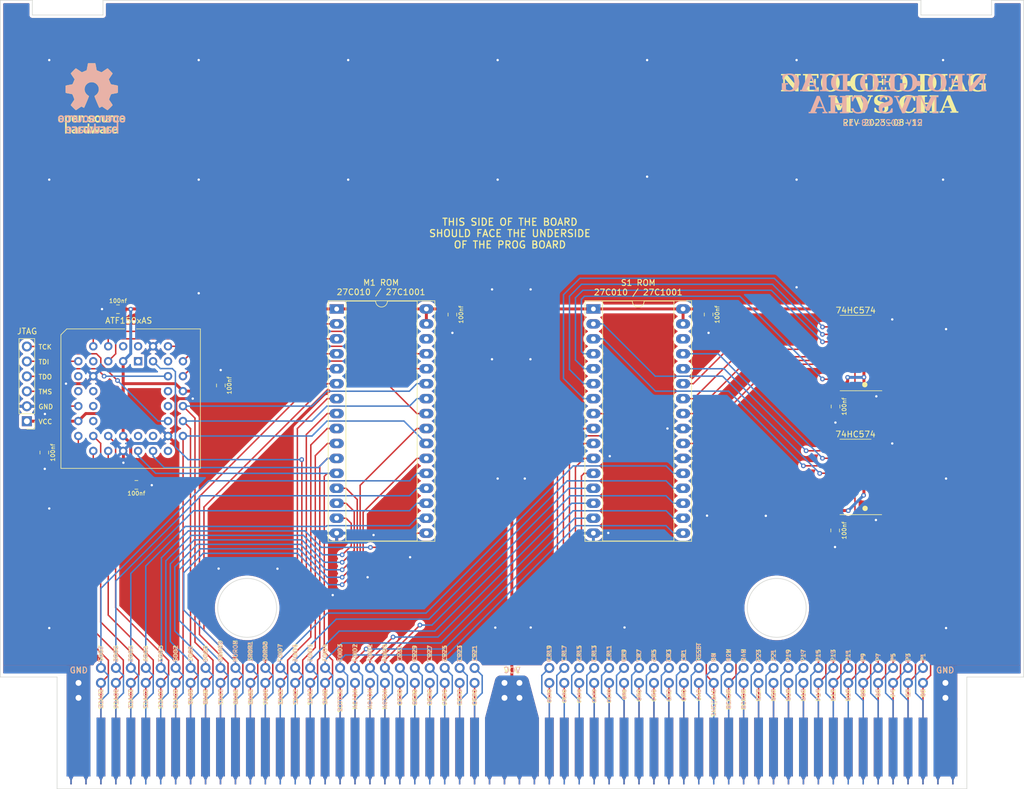
<source format=kicad_pcb>
(kicad_pcb (version 20221018) (generator pcbnew)
  (layers (0 "F.Cu" signal) (31 "B.Cu" signal) (34 "B.Paste" user) (35 "F.Paste" user) (36 "B.SilkS" user "B.Silkscreen") (37 "F.SilkS" user "F.Silkscreen") (38 "B.Mask" user) (39 "F.Mask" user) (44 "Edge.Cuts" user))
  (property "REV" "2023-08-12")
  (net 0 "")
  (net 1 "VCC")
  (net 2 "GND")
  (net 3 "P0")
  (net 4 "P2")
  (net 5 "P4")
  (net 6 "P6")
  (net 7 "P8")
  (net 8 "P10")
  (net 9 "P12")
  (net 10 "P14")
  (net 11 "P16")
  (net 12 "P18")
  (net 13 "P20")
  (net 14 "P22")
  (net 15 "PCK1B")
  (net 16 "PCK2B")
  (net 17 "SA16")
  (net 18 "CA4")
  (net 19 "CR0")
  (net 20 "CR2")
  (net 21 "CR4")
  (net 22 "CR6")
  (net 23 "CR8")
  (net 24 "CR10")
  (net 25 "CR12")
  (net 26 "CR14")
  (net 27 "CR16")
  (net 28 "CR18")
  (net 29 "CR20")
  (net 30 "CR22")
  (net 31 "CR24")
  (net 32 "CR26")
  (net 33 "CR28")
  (net 34 "CR30")
  (net 35 "NC39A")
  (net 36 "NC40A")
  (net 37 "NC41A")
  (net 38 "SLOTCS")
  (net 39 "SDA0")
  (net 40 "SDA1")
  (net 41 "SDA2")
  (net 42 "SDA3")
  (net 43 "SDA4")
  (net 44 "SDA5")
  (net 45 "SDA6")
  (net 46 "SDA7")
  (net 47 "SDA8")
  (net 48 "SDA9")
  (net 49 "SDA10")
  (net 50 "SDA11")
  (net 51 "SDA12")
  (net 52 "SDA13")
  (net 53 "SDA14")
  (net 54 "SDA15")
  (net 55 "P1")
  (net 56 "P3")
  (net 57 "P5")
  (net 58 "P7")
  (net 59 "P9")
  (net 60 "P11")
  (net 61 "P13")
  (net 62 "P15")
  (net 63 "P17")
  (net 64 "P19")
  (net 65 "P21")
  (net 66 "P23")
  (net 67 "24M")
  (net 68 "12M")
  (net 69 "8M")
  (net 70 "RESET")
  (net 71 "CR1")
  (net 72 "CR3")
  (net 73 "CR5")
  (net 74 "CR7")
  (net 75 "CR9")
  (net 76 "CR11")
  (net 77 "CR13")
  (net 78 "CR15")
  (net 79 "CR17")
  (net 80 "CR19")
  (net 81 "CR21")
  (net 82 "CR23")
  (net 83 "CR25")
  (net 84 "CR27")
  (net 85 "CR29")
  (net 86 "CR31")
  (net 87 "FIXD0")
  (net 88 "FIXD1")
  (net 89 "FIXD2")
  (net 90 "FIXD3")
  (net 91 "FIXD4")
  (net 92 "FIXD5")
  (net 93 "FIXD6")
  (net 94 "FIXD7")
  (net 95 "SDRD0")
  (net 96 "SRDR1")
  (net 97 "SDROM")
  (net 98 "SDMRD")
  (net 99 "SDD0")
  (net 100 "SDD1")
  (net 101 "SDD2")
  (net 102 "SDD3")
  (net 103 "SDD4")
  (net 104 "SDD5")
  (net 105 "SDD6")
  (net 106 "SDD7")
  (net 107 "M1_A11")
  (net 108 "M1_A12")
  (net 109 "M1_A13")
  (net 110 "M1_A14")
  (net 111 "M1_A15")
  (net 112 "M1_A16")
  (net 113 "SA15")
  (net 114 "SA12")
  (net 115 "SA7")
  (net 116 "SA6")
  (net 117 "SA5")
  (net 118 "SA4")
  (net 119 "SA3")
  (net 120 "SA2")
  (net 121 "SA1")
  (net 122 "SA0")
  (net 123 "SA10")
  (net 124 "SA11")
  (net 125 "SA9")
  (net 126 "SA8")
  (net 127 "SA13")
  (net 128 "SA14")
  (net 131 "TMS")
  (net 132 "TDO")
  (net 133 "TDI")
  (net 134 "TCK")
  (footprint "Package_DIP:DIP-32_W15.24mm_Socket_LongPads" (layer "F.Cu") (at 125.045993 77.851)
    (fp_text reference "U2" hide)
    (fp_text value "27C010 / 27C1001" hide)
  )
  (footprint "Symbol:OSHW-Logo_11.4x12mm_SilkScreen" (layer "F.Cu") (at 83.4 42.07)
    (fp_text reference "REF**" hide)
    (fp_text value "OSHW-Logo_11.4x12mm_SilkScreen" hide)
  )
  (footprint "Package_SO:SO-20_5.3x12.6mm_P1.27mm" (layer "F.Cu") (at 213.212493 106.4006 180)
    (fp_text reference "U5" hide)
    (fp_text value "74HC574")
  )
  (footprint "Package_LCC:PLCC-44_THT-Socket" (layer "F.Cu") (at 91.3 86.741)
    (fp_text reference "U6" hide)
    (fp_text value "ATF1502AS-xJx44" hide)
  )
  (footprint "Package_DIP:DIP-32_W15.24mm_Socket_LongPads" (layer "F.Cu") (at 168.668993 77.851)
    (fp_text reference "U3" hide)
    (fp_text value "27C010 / 27C1001" hide)
  )
  (footprint "neogeo-diag:neogeo-mvs-a-side-edge" (layer "F.Cu") (at 156.100993 152.3)
    (fp_text reference "J1" hide)
    (fp_text value "neogeo-mvs-cha-a-side-edge" hide)
  )
  (footprint "neogeo-diag:neogeo-mvs-cha-edge-test-points" (layer "F.Cu") (at 229.760993 138.86 -90)
    (fp_text reference "J3" hide)
    (fp_text value "neogeo-mvs-cha-b-side-edge" hide)
  )
  (footprint "Capacitor_SMD:C_0805_2012Metric" (layer "F.Cu") (at 144.71 78.81 -90)
    (fp_text reference "C5" hide)
    (fp_text value "100nf")
  )
  (footprint "Capacitor_SMD:C_0805_2012Metric" (layer "F.Cu") (at 209.750993 115.49 -90)
    (fp_text reference "C1" hide)
    (fp_text value "100nf")
  )
  (footprint "Package_SO:SO-20_5.3x12.6mm_P1.27mm" (layer "F.Cu") (at 213.245993 85.344 180)
    (fp_text reference "U4" hide)
    (fp_text value "74HC574")
  )
  (footprint "Capacitor_SMD:C_0805_2012Metric" (layer "F.Cu") (at 209.816993 94.43 -90)
    (fp_text reference "C2" hide)
    (fp_text value "100nf")
  )
  (footprint "Capacitor_SMD:C_0805_2012Metric" (layer "F.Cu") (at 105.3592 90.8558 90)
    (fp_text reference "C6" hide)
    (fp_text value "100nf")
  )
  (footprint "Capacitor_SMD:C_0805_2012Metric" (layer "F.Cu") (at 91.0082 107.7468)
    (fp_text reference "C7" hide)
    (fp_text value "100nf")
  )
  (footprint "neogeo-diag:neogeo-mvs-cha-edge-test-points" (layer "F.Cu") (at 229.760993 141.4 -90)
    (fp_text reference "J2" hide)
    (fp_text value "neogeo-mvs-cha-a-side-edge" hide)
  )
  (footprint "Connector_PinHeader_2.54mm:PinHeader_1x06_P2.54mm_Vertical" (layer "F.Cu") (at 72.395 96.9294 180)
    (fp_text reference "J5" hide)
    (fp_text value "JTAG" hide)
  )
  (footprint "Capacitor_SMD:C_0805_2012Metric" (layer "F.Cu") (at 188.25 78.8 -90)
    (fp_text reference "C3" hide)
    (fp_text value "100nf")
  )
  (footprint "Capacitor_SMD:C_0805_2012Metric" (layer "F.Cu") (at 87.884 77.9018 180)
    (fp_text reference "C8" hide)
    (fp_text value "100nf")
  )
  (footprint "Capacitor_SMD:C_0805_2012Metric" (layer "F.Cu") (at 75.3618 102.2546 -90)
    (fp_text reference "C4" hide)
    (fp_text value "100nf")
  )
  (footprint "Symbol:OSHW-Logo_11.4x12mm_SilkScreen" (layer "B.Cu") (at 83.427434 42.07 180)
    (fp_text reference "REF**" hide)
    (fp_text value "OSHW-Logo_11.4x12mm_SilkScreen" hide)
  )
  (footprint "neogeo-diag:neogeo-mvs-b-side-edge" (layer "B.Cu") (at 153.560993 152.3 180)
    (fp_text reference "J4" hide)
    (fp_text value "neogeo-mvs-cha-b-side-edge" hide)
  )
  (gr_circle (center 223.9 39.54) (end 223.524973 39.54) (stroke (width 0.15)) (fill solid) (layer "B.SilkS"))
  (gr_circle (center 214.79 90.72) (end 215.165027 90.72) (stroke (width 0.15)) (fill solid) (layer "F.SilkS"))
  (gr_circle (center 212.125027 39.56) (end 212.500054 39.56) (stroke (width 0.15)) (fill solid) (layer "F.SilkS"))
  (gr_circle (center 214.84 111.74) (end 215.215027 111.74) (stroke (width 0.15)) (fill solid) (layer "F.SilkS"))
  (gr_circle (center 199.830993 128.65) (end 204.830993 128.65) (stroke (width 0.1)) (fill none) (layer "Edge.Cuts"))
  (gr_line (start 241.78 140.4) (end 241.78 25.4) (stroke (width 0.1)) (layer "Edge.Cuts"))
  (gr_line (start 77.530993 140.4) (end 67.88 140.4) (stroke (width 0.1)) (layer "Edge.Cuts"))
  (gr_line (start 77.530993 159.4) (end 232.130993 159.4) (stroke (width 0.1)) (layer "Edge.Cuts"))
  (gr_line (start 77.530993 159.4) (end 77.530993 140.4) (stroke (width 0.1)) (layer "Edge.Cuts"))
  (gr_line (start 236.330993 25.4) (end 236.330993 27.9) (stroke (width 0.1)) (layer "Edge.Cuts"))
  (gr_line (start 73.330993 25.4) (end 73.330993 27.9) (stroke (width 0.1)) (layer "Edge.Cuts"))
  (gr_line (start 232.130993 140.4) (end 241.78 140.4) (stroke (width 0.1)) (layer "Edge.Cuts"))
  (gr_line (start 85.330993 27.9) (end 85.330993 25.4) (stroke (width 0.1)) (layer "Edge.Cuts"))
  (gr_circle (center 109.830993 128.65) (end 114.830993 128.65) (stroke (width 0.1)) (fill none) (layer "Edge.Cuts"))
  (gr_line (start 224.330993 27.9) (end 224.330993 25.4) (stroke (width 0.1)) (layer "Edge.Cuts"))
  (gr_line (start 236.330993 27.9) (end 224.330993 27.9) (stroke (width 0.1)) (layer "Edge.Cuts"))
  (gr_line (start 85.330993 25.4) (end 224.330993 25.4) (stroke (width 0.1)) (layer "Edge.Cuts"))
  (gr_line (start 241.78 25.4) (end 236.330993 25.4) (stroke (width 0.1)) (layer "Edge.Cuts"))
  (gr_line (start 73.330993 27.9) (end 85.330993 27.9) (stroke (width 0.1)) (layer "Edge.Cuts"))
  (gr_line (start 67.88 140.4) (end 67.88 25.4) (stroke (width 0.1)) (layer "Edge.Cuts"))
  (gr_line (start 232.130993 159.4) (end 232.130993 140.4) (stroke (width 0.1)) (layer "Edge.Cuts"))
  (gr_line (start 67.88 25.4) (end 73.330993 25.4) (stroke (width 0.1)) (layer "Edge.Cuts"))
  (gr_text "SDA12" (at 92.6092 145.762143 90) (layer "B.SilkS") (effects (font (size 0.7 0.7) (thickness 0.12)) (justify right mirror)))
  (gr_text "P2" (at 222.17 143.828809 90) (layer "B.SilkS") (effects (font (size 0.7 0.7) (thickness 0.12)) (justify right mirror)))
  (gr_text "CR21" (at 148.5 135.07 90) (layer "B.SilkS") (effects (font (size 0.7 0.7) (thickness 0.12)) (justify left mirror)))
  (gr_text "CR18" (at 161.19 144.8 90) (layer "B.SilkS") (effects (font (size 0.6 0.6) (thickness 0.11)) (justify right mirror)))
  (gr_text "SDA1" (at 120.5492 145.095476 90) (layer "B.SilkS") (effects (font (size 0.7 0.7) (thickness 0.12)) (justify right mirror)))
  (gr_text "SDROM" (at 107.84 134.203334 90) (layer "B.SilkS") (effects (font (size 0.7 0.7) (thickness 0.12)) (justify left mirror)))
  (gr_text "SDA5" (at 110.44 145.095476 90) (layer "B.SilkS") (effects (font (size 0.7 0.7) (thickness 0.12)) (justify right mirror)))
  (gr_text "PCK2B" (at 191.67 145.928809 90) (layer "B.SilkS") (effects (font (size 0.7 0.7) (thickness 0.12)) (justify right mirror)))
  (gr_text "CR8" (at 173.94 144.228571 90) (layer "B.SilkS") (effects (font (size 0.6 0.6) (thickness 0.11)) (justify right mirror)))
  (gr_text "NC39A" (at 133.2492 145.828809 90) (layer "B.SilkS") (effects (font (size 0.7 0.7) (thickness 0.12)) (justify right mirror)))
  (gr_text "P5" (at 219.62 136.436667 90) (layer "B.SilkS") (effects (font (size 0.7 0.7) (thickness 0.12)) (justify left mirror)))
  (gr_text "SDA2" (at 118.06 145.095476 90) (layer "B.SilkS") (effects (font (size 0.7 0.7) (thickness 0.12)) (justify right mirror)))
  (gr_text "SDA10" (at 97.6892 145.762143 90) (layer "B.SilkS") (effects (font (size 0.7 0.7) (thickness 0.12)) (justify right mirror)))
  (gr_text "SDA6" (at 107.9 145.095476 90) (layer "B.SilkS") (effects (font (size 0.7 0.7) (thickness 0.12)) (justify right mirror)))
  (gr_text "REV ${REV}" (at 217.84 46.23) (layer "B.SilkS") (effects (font (size 1 1)) (justify mirror)))
  (gr_text "MVS CHA" (at 227.48 45.09) (layer "B.SilkS") (effects (font (size 2.9 2.9) (thickness 0.58) bold) (justify left bottom mirror)))
  (gr_text "CR4" (at 178.97 144.528809 90) (layer "B.SilkS") (effects (font (size 0.7 0.7) (thickness 0.12)) (justify right mirror)))
  (gr_text "P11" (at 211.98 135.77 90) (layer "B.SilkS") (effects (font (size 0.7 0.7) (thickness 0.12)) (justify left mirror)))
  (gr_text "SDA13" (at 90.0692 145.762143 90) (layer "B.SilkS") (effects (font (size 0.7 0.7) (thickness 0.12)) (justify right mirror)))
  (gr_text "NC41A" (at 128.1692 145.828809 90) (layer "B.SilkS") (effects (font (size 0.7 0.7) (thickness 0.12)) (justify right mirror)))
  (gr_text "P16" (at 204.37 144.495476 90) (layer "B.SilkS") (effects (font (size 0.7 0.7) (thickness 0.12)) (justify right mirror)))
  (gr_text "CR26" (at 140.8692 145.195476 90) (layer "B.SilkS") (effects (font (size 0.7 0.7) (thickness 0.12)) (justify right mirror)))
  (gr_text "P18" (at 201.83 144.495476 90) (layer "B.SilkS") (effects (font (size 0.7 0.7) (thickness 0.12)) (justify right mirror)))
  (gr_text "P21" (at 199.28 135.77 90) (layer "B.SilkS") (effects (font (size 0.7 0.7) (thickness 0.12)) (justify left mirror)))
  (gr_text "SDA7" (at 105.36 145.095476 90) (layer "B.SilkS") (effects (font (size 0.7 0.7) (thickness 0.12)) (justify right mirror)))
  (gr_text "CR1" (at 184.04 135.736667 90) (layer "B.SilkS") (effects (font (size 0.7 0.7) (thickness 0.12)) (justify left mirror)))
  (gr_text "P7" (at 217.08 136.436667 90) (layer "B.SilkS") (effects (font (size 0.7 0.7) (thickness 0.12)) (justify left mirror)))
  (gr_text "SDA4" (at 112.98 145.095476 90) (layer "B.SilkS") (effects (font (size 0.7 0.7) (thickness 0.12)) (justify right mirror)))
  (gr_text "CR11" (at 171.34 135.07 90) (layer "B.SilkS") (effects (font (size 0.7 0.7) (thickness 0.12)) (justify left mirror)))
  (gr_text "CA4" (at 186.59 144.428809 90) (layer "B.SilkS") (effects (font (size 0.7 0.7) (thickness 0.12)) (justify right mirror)))
  (gr_text "CR19" (at 161.18 135.07 90) (layer "B.SilkS") (effects (font (size 0.7 0.7) (thickness 0.12)) (justify left mirror)))
  (gr_text "CR14" (at 166.27 144.8 90) (layer "B.SilkS") (effects (font (size 0.6 0.6) (thickness 0.11)) (justify right mirror)))
  (gr_text "NEO GEO DIAG\n" (at 218.01 41.35) (layer "B.SilkS") (effects (font (size 2.9 2.9) (thickness 0.556) bold) (justify bottom mirror)))
  (gr_text "GND" (at 228.44 139.25) (layer "B.SilkS") (effects (font (size 1 1)) (justify mirror)))
  (gr_text "FIXD7" (at 115.46 134.836667 90) (layer "B.SilkS") (effects (font (size 0.7 0.7) (thickness 0.12)) (justify left mirror)))
  (gr_text "RESET" (at 186.58 134.636668 90) (layer "B.SilkS") (effects (font (size 0.7 0.7) (thickness 0.12)) (justify left mirror)))
  (gr_text "P3" (at 222.16 136.436667 90) (layer "B.SilkS") (effects (font (size 0.7 0.7) (thickness 0.12)) (justify left mirror)))
  (gr_text "P9" (at 214.52 136.436667 90) (layer "B.SilkS") (effects (font (size 0.7 0.7) (thickness 0.12)) (justify left mirror)))
  (gr_text "SDD1" (at 100.22 135.07 90) (layer "B.SilkS") (effects (font (size 0.7 0.7) (thickness 0.12)) (justify left mirror)))
  (gr_text "FIXD6" (at 118 134.836667 90) (layer "B.SilkS") (effects (font (size 0.7 0.7) (thickness 0.12)) (justify left mirror)))
  (gr_text "CR6" (at 176.43 144.528809 90) (layer "B.SilkS") (effects (font (size 0.7 0.7) (thickness 0.12)) (justify right mirror)))
  (gr_text "P10" (at 211.99 144.495476 90) (layer "B.SilkS") (effects (font (size 0.7 0.7) (thickness 0.12)) (justify right mirror)))
  (gr_text "FIXD0" (at 133.24 134.836667 90) (layer "B.SilkS") (effects (font (size 0.7 0.7) (thickness 0.12)) (justify left mirror)))
  (gr_text "SDA15" (at 84.9892 145.762143 90) (layer "B.SilkS") (effects (font (size 0.7 0.7) (thickness 0.12)) (justify right mirror)))
  (gr_text "24M" (at 194.2 135.67 90) (layer "B.SilkS") (effects (font (size 0.7 0.7) (thickness 0.12)) (justify left mirror)))
  (gr_text "P22" (at 196.75 144.495476 90) (layer "B.SilkS") (effects (font (size 0.7 0.7) (thickness 0.12)) (justify right mirror)))
  (gr_text "SDA11" (at 95.1492 145.762143 90) (layer "B.SilkS") (effects (font (size 0.7 0.7) (thickness 0.12)) (justify right mirror)))
  (gr_text "SDRD0" (at 112.92 134.37 90) (layer "B.SilkS") (effects (font (size 0.7 0.7) (thickness 0.12)) (justify left mirror)))
  (gr_text "P13" (at 209.44 135.77 90) (layer "B.SilkS") (effects (font (size 0.7 0.7) (thickness 0.12)) (justify left mirror)))
  (gr_text "CR17" (at 163.72 135.07 90) (layer "B.SilkS") (effects (font (size 0.7 0.7) (thickness 0.12)) (justify left mirror)))
  (gr_text "CR5" (at 178.96 135.736667 90) (layer "B.SilkS") (effects (font (size 0.7 0.7) (thickness 0.12)) (justify left mirror)))
  (gr_text "FIXD1" (at 130.7 134.836667 90) (layer "B.SilkS") (effects (font (size 0.7 0.7) (thickness 0.12)) (justify left mirror)))
  (gr_text "CR7" (at 176.42 135.736667 90) (layer "B.SilkS") (effects (font (size 0.7 0.7) (thickness 0.12)) (justify left mirror)))
  (gr_text "FIXD2" (at 128.16 134.836667 90) (layer "B.SilkS") (effects (font (size 0.7 0.7) (thickness 0.12)) (justify left mirror)))
  (gr_text "P0" (at 224.71 143.828809 90) (layer "B.SilkS") (effects (font (size 0.7 0.7) (thickness 0.12)) (justify right mirror)))
  (gr_text "CR20" (at 148.5 145.195476 90) (layer "B.SilkS") (effects (font (size 0.7 0.7) (thickness 0.12)) (justify right mirror)))
  (gr_text "CR16" (at 163.73 144.8 90) (layer "B.SilkS") (effects (font (size 0.6 0.6) (thickness 0.11)) (justify right mirror)))
  (gr_text "CR3" (at 181.5 135.736667 90) (layer "B.SilkS") (effects (font (size 0.7 0.7) (thickness 0.12)) (justify left mirror)))
  (gr_text "SDA0" (at 123.0892 145.095476 90) (layer "B.SilkS") (effects (font (size 0.7 0.7) (thickness 0.12)) (justify right mirror)))
  (gr_text "CR12" (at 168.81 144.8 90) (layer "B.SilkS") (effects (font (size 0.6 0.6) (thickness 0.11)) (justify right mirror)))
  (gr_text "CR0" (at 184.05 144.528809 90) (layer "B.SilkS") (effects (font (size 0.7 0.7) (thickness 0.12)) (justify right mirror)))
  (gr_text "FIXD3" (at 125.62 134.836667 90) (layer "B.SilkS") (effects (font (size 0.7 0.7) (thickness 0.12)) (justify left mirror)))
  (gr_text "SDD5" (at 90.06 135.07 90) (layer "B.SilkS") (effects (font (size 0.7 0.7) (thickness 0.12)) (justify left mirror)))
  (gr_text "CR29" (at 138.32 135.07 90) (layer "B.SilkS") (effects (font (size 0.7 0.7) (thickness 0.12)) (justify left mirror)))
  (gr_text "SDD2" (at 97.68 135.07 90) (layer "B.SilkS") (effects (font (size 0.7 0.7) (thickness 0.12)) (justify left mirror)))
  (gr_text "SDA14" (at 87.58 145.762143 90) (layer "B.SilkS") (effects (font (size 0.7 0.7) (thickness 0.12)) (justify right mirror)))
  (gr_text "P4" (at 219.61 143.828809 90) (layer "B.SilkS") (effects (font (size 0.7 0.7) (thickness 0.12)) (justify right mirror)))
  (gr_text "P23" (at 196.74 135.77 90) (layer "B.SilkS") (effects (font (size 0.7 0.7) (thickness 0.12)) (justify left mirror)))
  (gr_text "CR2" (at 181.51 144.528809 90) (layer "B.SilkS") (effects (font (size 0.7 0.7) (thickness 0.12)) (justify right mirror)))
  (gr_text "SDA3" (at 115.52 145.095476 90) (layer "B.SilkS") (effects (font (size 0.7 0.7) (thickness 0.12)) (justify right mirror)))
  (gr_text "P1" (at 224.7 136.436667 90) (layer "B.SilkS") (effects (font (size 0.7 0.7) (thickness 0.12)) (justify left mirror)))
  (gr_text "CR9" (at 173.88 135.736667 90) (layer "B.SilkS") (effects (font (size 0.7 0.7) (thickness 0.12)) (justify left mirror)))
  (gr_text "FIXD5" (at 120.54 134.836667 90) (layer "B.SilkS") (effects (font (size 0.7 0.7) (thickness 0.12)) (justify left mirror)))
  (gr_text "SLOTCS" (at 125.6292 146.328809 90) (layer "B.SilkS") (effects (font (size 0.7 0.7) (thickness 0.12)) (justify right mirror)))
  (gr_text "P6" (at 217.07 143.828809 90) (layer "B.SilkS") (effects (font (size 0.7 0.7) (thickness 0.12)) (justify right mirror)))
  (gr_text "CR31" (at 135.78 135.07 90) (layer "B.SilkS") (effects (font (size 0.7 0.7) (thickness 0.12)) (justify left mirror)))
  (gr_text "12M" (at 191.66 135.67 90) (layer "B.SilkS") (effects (font (size 0.7 0.7) (thickness 0.12)) (justify left mirror)))
  (gr_text "CR13" (at 168.8 135.07 90) (layer "B.SilkS") (effects (font (size 0.7 0.7) (thickness 0.12)) (justify left mirror)))
  (gr_text "P12" (at 209.45 144.495476 90) (layer "B.SilkS") (effects (font (size 0.7 0.7) (thickness 0.12)) (justify right mirror)))
  (gr_text "SDD0" (at 102.76 135.07 90) (layer "B.SilkS") (effects (font (size 0.7 0.7) (thickness 0.12) bold) (justify left mirror)))
  (gr_text "8M" (at 189.12 136.336667 90) (layer "B.SilkS") (effects (font (size 0.7 0.7) (thickness 0.12)) (justify left mirror)))
  (gr_text "VCC" (at 154.85 139.23) (layer "B.SilkS") (effects (font (size 1 1)) (justify mirror)))
  (gr_text "FIXD4" (at 123.08 134.836667 90) (layer "B.SilkS") (effects (font (size 0.7 0.7) (thickness 0.12)) (justify left mirror)))
  (gr_text "CR27" (at 140.86 135.07 90) (layer "B.SilkS") (effects (font (size 0.7 0.7) (thickness 0.12)) (justify left mirror)))
  (gr_text "NC40A" (at 130.7092 145.828809 90) (layer "B.SilkS") (effects (font (size 0.7 0.7) (thickness 0.12)) (justify right mirror)))
  (gr_text "CR24" (at 143.42 145.195476 90) (layer "B.SilkS") (effects (font (size 0.7 0.7) (thickness 0.12)) (justify right mirror)))
  (gr_text "CR22" (at 145.96 145.195476 90) (layer "B.SilkS") (effects (font (size 0.7 0.7) (thickness 0.12)) (justify right mirror)))
  (gr_text "CR15" (at 166.26 135.07 90) (layer "B.SilkS") (effects (font (size 0.7 0.7) (thickness 0.12)) (justify left mirror)))
  (gr_text "CR23" (at 145.96 135.07 90) (layer "B.SilkS") (effects (font (size 0.7 0.7) (thickness 0.12)) (justify left mirror)))
  (gr_text "SDD4" (at 92.6 135.07 90) (layer "B.SilkS") (effects (font (size 0.7 0.7) (thickness 0.12)) (justify left mirror)))
  (gr_text "PCK1B" (at 194.21 145.928809 90) (layer "B.SilkS") (effects (font (size 0.7 0.7) (thickness 0.12)) (justify right mirror)))
  (gr_text "SDA9" (at 100.2292 145.095476 90) (layer "B.SilkS") (effects (font (size 0.7 0.7) (thickness 0.12)) (justify right mirror)))
  (gr_text "SA3|2H1" (at 189.13 147.12881 90) (layer "B.SilkS") (effects (font (size 0.7 0.7) (thickness 0.12)) (justify right mirror)))
  (gr_text "CR25" (at 143.4 135.07 90) (layer "B.SilkS") (effects (font (size 0.7 0.7) (thickness 0.12)) (justify left mirror)))
  (gr_text "P17" (at 204.36 135.77 90) (layer "B.SilkS") (effects (font (size 0.7 0.7) (thickness 0.12)) (justify left mirror)))
  (gr_text "CR28" (at 138.3292 145.195476 90) (layer "B.SilkS") (effects (font (size 0.7 0.7) (thickness 0.12)) (justify right mirror)))
  (gr_text "SDD6" (at 87.52 135.07 90) (layer "B.SilkS") (effects (font (size 0.7 0.7) (thickness 0.12)) (justify left mirror)))
  (gr_text "P19" (at 201.82 135.77 90) (layer "B.SilkS") (effects (font (size 0.7 0.7) (thickness 0.12)) (justify left mirror)))
  (gr_text "SDMRD" (at 105.3 134.23 90) (layer "B.SilkS") (effects (font (size 0.7 0.7) (thickness 0.12) bold) (justify left mirror)))
  (gr_text "CR30" (at 135.7892 145.195476 90) (layer "B.SilkS") (effects (font (size 0.7 0.7) (thickness 0.12)) (justify right mirror)))
  (gr_text "GND" (at 81.2 139.25) (layer "B.SilkS") (effects (font (size 1 1)) (justify mirror)))
  (gr_text "SDD3" (at 95.14 135.07 90) (layer "B.SilkS") (effects (font (size 0.7 0.7) (thickness 0.12)) (justify left mirror)))
  (gr_text "CR10" (at 171.35 144.8 90) (layer "B.SilkS") (effects (font (size 0.6 0.6) (thickness 0.11)) (justify right mirror)))
  (gr_text "SDA8" (at 102.7692 145.095476 90) (layer "B.SilkS") (effects (font (size 0.7 0.7) (thickness 0.12)) (justify right mirror)))
  (gr_text "P15" (at 206.9 135.77 90) (layer "B.SilkS") (effects (font (size 0.7 0.7) (thickness 0.12)) (justify left mirror)))
  (gr_text "P14" (at 206.91 144.495476 90) (layer "B.SilkS") (effects (font (size 0.7 0.7) (thickness 0.12)) (justify right mirror)))
  (gr_text "SRDR1" (at 110.38 134.37 90) (layer "B.SilkS") (effects (font (size 0.7 0.7) (thickness 0.12)) (justify left mirror)))
  (gr_text "P8" (at 214.53 143.828809 90) (layer "B.SilkS") (effects (font (size 0.7 0.7) (thickness 0.12)) (justify right mirror)))
  (gr_text "SDD7" (at 84.98 135.07 90) (layer "B.SilkS") (effects (font (size 0.7 0.7) (thickness 0.12)) (justify left mirror)))
  (gr_text "P20" (at 199.29 144.495476 90) (layer "B.SilkS") (effects (font (size 0.7 0.7) (thickness 0.12)) (justify right mirror)))
  (gr_text "SDA12" (at 92.6092 142.49 90) (layer "F.SilkS") (effects (font (size 0.7 0.7) (thickness 0.12)) (justify right)))
  (gr_text "CR29" (at 138.32 137.8 90) (layer "F.SilkS") (effects (font (size 0.7 0.7) (thickness 0.12)) (justify left)))
  (gr_text "CR22" (at 145.96 142.49 90) (layer "F.SilkS") (effects (font (size 0.7 0.7) (thickness 0.12)) (justify right)))
  (gr_text "SRDR1" (at 110.38 137.8 90) (layer "F.SilkS") (effects (font (size 0.7 0.7) (thickness 0.12)) (justify left)))
  (gr_text "SDA1" (at 120.5492 142.49 90) (layer "F.SilkS") (effects (font (size 0.7 0.7) (thickness 0.12)) (justify right)))
  (gr_text "RESET" (at 186.58 137.8 90) (layer "F.SilkS") (effects (font (size 0.7 0.7) (thickness 0.12)) (justify left)))
  (gr_text "SDA5" (at 110.44 142.49 90) (layer "F.SilkS") (effects (font (size 0.7 0.7) (thickness 0.12)) (justify right)))
  (gr_text "CR27" (at 140.86 137.8 90) (layer "F.SilkS") (effects (font (size 0.7 0.7) (thickness 0.12)) (justify left)))
  (gr_text "TDO" (at 74.295 89.8594) (layer "F.SilkS") (effects (font (size 0.8 0.8) (thickness 0.14) bold) (justify left bottom)))
  (gr_text "P22" (at 196.75 142.46 90) (layer "F.SilkS") (effects (font (size 0.7 0.7) (thickness 0.12)) (justify right)))
  (gr_text "CR31" (at 135.78 137.8 90) (layer "F.SilkS") (effects (font (size 0.7 0.7) (thickness 0.12)) (justify left)))
  (gr_text "CR28" (at 138.3292 142.49 90) (layer "F.SilkS") (effects (font (size 0.7 0.7) (thickness 0.12)) (justify right)))
  (gr_text "VCC" (at 154.85 139.25) (layer "F.SilkS") (effects (font (size 1 1))))
  (gr_text "FIXD1" (at 130.7 137.8 90) (layer "F.SilkS") (effects (font (size 0.7 0.7) (thickness 0.12)) (justify left)))
  (gr_text "PCK2B" (at 191.67 142.46 90) (layer "F.SilkS") (effects (font (size 0.7 0.7) (thickness 0.12)) (justify right)))
  (gr_text "REV ${REV}" (at 217.83 46.19) (layer "F.SilkS") (effects (font (size 1 1))))
  (gr_text "SDD6" (at 87.52 137.8 90) (layer "F.SilkS") (effects (font (size 0.7 0.7) (thickness 0.12)) (justify left)))
  (gr_text "SDD2" (at 97.68 137.8 90) (layer "F.SilkS") (effects (font (size 0.7 0.7) (thickness 0.12)) (justify left)))
  (gr_text "SLOTCS" (at 125.6292 142.49 90) (layer "F.SilkS") (effects (font (size 0.7 0.7) (thickness 0.12)) (justify right)))
  (gr_text "P20" (at 199.29 142.46 90) (layer "F.SilkS") (effects (font (size 0.7 0.7) (thickness 0.12)) (justify right)))
  (gr_text "SDROM" (at 107.84 137.8 90) (layer "F.SilkS") (effects (font (size 0.7 0.7) (thickness 0.12)) (justify left)))
  (gr_text "P8" (at 214.53 142.46 90) (layer "F.SilkS") (effects (font (size 0.7 0.7) (thickness 0.12)) (justify right)))
  (gr_text "P5" (at 219.62 137.8 90) (layer "F.SilkS") (effects (font (size 0.7 0.7) (thickness 0.12)) (justify left)))
  (gr_text "P1" (at 224.7 137.8 90) (layer "F.SilkS") (effects (font (size 0.7 0.7) (thickness 0.12)) (justify left)))
  (gr_text "CR30" (at 135.7892 142.49 90) (layer "F.SilkS") (effects (font (size 0.7 0.7) (thickness 0.12)) (justify right)))
  (gr_text "CR10" (at 171.35 142.46 90) (layer "F.SilkS") (effects (font (size 0.6 0.6) (thickness 0.11)) (justify right)))
  (gr_text "SA3|2H1" (at 189.13 142.46 90) (layer "F.SilkS") (effects (font (size 0.7 0.7) (thickness 0.12)) (justify right)))
  (gr_text "FIXD6" (at 118 137.8 90) (layer "F.SilkS") (effects (font (size 0.7 0.7) (thickness 0.12)) (justify left)))
  (gr_text "VCC" (at 74.295 97.4794) (layer "F.SilkS") (effects (font (size 0.8 0.8) (thickness 0.14) bold) (justify left bottom)))
  (gr_text "CR4" (at 178.97 142.46 90) (layer "F.SilkS") (effects (font (size 0.7 0.7) (thickness 0.12)) (justify right)))
  (gr_text "SDD7" (at 84.98 137.8 90) (layer "F.SilkS") (effects (font (size 0.7 0.7) (thickness 0.12)) (justify left)))
  (gr_text "SDA10" (at 97.6892 142.49 90) (layer "F.SilkS") (effects (font (size 0.7 0.7) (thickness 0.12)) (justify right)))
  (gr_text "P18" (at 201.83 142.46 90) (layer "F.SilkS") (effects (font (size 0.7 0.7) (thickness 0.12)) (justify right)))
  (gr_text "P23" (at 196.74 137.8 90) (layer "F.SilkS") (effects (font (size 0.7 0.7) (thickness 0.12)) (justify left)))
  (gr_text "P16" (at 204.37 142.46 90) (layer "F.SilkS") (effects (font (size 0.7 0.7) (thickness 0.12)) (justify right)))
  (gr_text "NC39A" (at 133.2492 142.49 90) (layer "F.SilkS") (effects (font (size 0.7 0.7) (thickness 0.12)) (justify right)))
  (gr_text "CR7" (at 176.42 137.8 90) (layer "F.SilkS") (effects (font (size 0.7 0.7) (thickness 0.12)) (justify left)))
  (gr_text "CR13" (at 168.8 137.8 90) (layer "F.SilkS") (effects (font (size 0.7 0.7) (thickness 0.12)) (justify left)))
  (gr_text "CR17" (at 163.72 137.8 90) (layer "F.SilkS") (effects (font (size 0.7 0.7) (thickness 0.12)) (justify left)))
  (gr_text "P10" (at 211.99 142.46 90) (layer "F.SilkS") (effects (font (size 0.7 0.7) (thickness 0.12)) (justify right)))
  (gr_text "P6" (at 217.07 142.46 90) (layer "F.SilkS") (effects (font (size 0.7 0.7) (thickness 0.12)) (justify right)))
  (gr_text "MVS CHA" (at 208.46 45) (layer "F.SilkS") (effects (font (size 2.9 2.9) (thickness 0.58) bold) (justify left bottom)))
  (gr_text "P21" (at 199.28 137.8 90) (layer "F.SilkS") (effects (font (size 0.7 0.7) (thickness 0.12)) (justify left)))
  (gr_text "CA4" (at 186.59 142.46 90) (layer "F.SilkS") (effects (font (size 0.7 0.7) (thickness 0.12)) (justify right)))
  (gr_text "CR23" (at 145.96 137.8 90) (layer "F.SilkS") (effects (font (size 0.7 0.7) (thickness 0.12)) (justify left)))
  (gr_text "CR19" (at 161.18 137.8 90) (layer "F.SilkS") (effects (font (size 0.7 0.7) (thickness 0.12)) (justify left)))
  (gr_text "P14" (at 206.91 142.46 90) (layer "F.SilkS") (effects (font (size 0.7 0.7) (thickness 0.12)) (justify right)))
  (gr_text "FIXD7" (at 115.46 137.8 90) (layer "F.SilkS") (effects (font (size 0.7 0.7) (thickness 0.12)) (justify left)))
  (gr_text "ATF150xAS" (at 85.6234 80.4164) (layer "F.SilkS") (effects (font (size 1 1)) (justify left bottom)))
  (gr_text "SDD3" (at 95.14 137.8 90) (layer "F.SilkS") (effects (font (size 0.7 0.7) (thickness 0.12)) (justify left)))
  (gr_text "SDD5" (at 90.06 137.8 90) (layer "F.SilkS") (effects (font (size 0.7 0.7) (thickness 0.12)) (justify left)))
  (gr_text "P17" (at 204.36 137.8 90) (layer "F.SilkS") (effects (font (size 0.7 0.7) (thickness 0.12)) (justify left)))
  (gr_text "CR3" (at 181.5 137.8 90) (layer "F.SilkS") (effects (font (size 0.7 0.7) (thickness 0.12)) (justify left)))
  (gr_text "CR12" (at 168.81 142.46 90) (layer "F.SilkS") (effects (font (size 0.6 0.6) (thickness 0.11)) (justify right)))
  (gr_text "PCK1B" (at 194.21 142.46 90) (layer "F.SilkS") (effects (font (size 0.7 0.7) (thickness 0.12)) (justify right)))
  (gr_text "THIS SIDE OF THE BOARD\nSHOULD FACE THE UNDERSIDE\nOF THE PROG BOARD" (at 154.48 67.65) (layer "F.SilkS") (effects (font (size 1.2 1.2) (thickness 0.2) bold) (justify bottom)))
  (gr_text "SDA11" (at 95.1492 142.49 90) (layer "F.SilkS") (effects (font (size 0.7 0.7) (thickness 0.12)) (justify right)))
  (gr_text "P12" (at 209.45 142.46 90) (layer "F.SilkS") (effects (font (size 0.7 0.7) (thickness 0.12)) (justify right)))
  (gr_text "CR11" (at 171.34 137.8 90) (layer "F.SilkS") (effects (font (size 0.7 0.7) (thickness 0.12)) (justify left)))
  (gr_text "CR6" (at 176.43 142.46 90) (layer "F.SilkS") (effects (font (size 0.7 0.7) (thickness 0.12)) (justify right)))
  (gr_text "SDA14" (at 87.58 142.49 90) (layer "F.SilkS") (effects (font (size 0.7 0.7) (thickness 0.12)) (justify right)))
  (gr_text "NEO GEO DIAG\n" (at 218.015027 41.37) (layer "F.SilkS") (effects (font (size 2.9 2.9) (thickness 0.556) bold) (justify bottom)))
  (gr_text "SDRD0" (at 112.92 137.8 90) (layer "F.SilkS") (effects (font (size 0.7 0.7) (thickness 0.12)) (justify left)))
  (gr_text "P2" (at 222.17 142.46 90) (layer "F.SilkS") (effects (font (size 0.7 0.7) (thickness 0.12)) (justify right)))
  (gr_text "P7" (at 217.08 137.8 90) (layer "F.SilkS") (effects (font (size 0.7 0.7) (thickness 0.12)) (justify left)))
  (gr_text "SDD0" (at 102.76 137.8 90) (layer "F.SilkS") (effects (font (size 0.7 0.7) (thickness 0.12) bold) (justify left)))
  (gr_text "SDA15" (at 84.9892 142.49 90) (layer "F.SilkS") (effects (font (size 0.7 0.7) (thickness 0.12)) (justify right)))
  (gr_text "CR14" (at 166.27 142.46 90) (layer "F.SilkS") (effects (font (size 0.6 0.6) (thickness 0.11)) (justify right)))
  (gr_text "M1 ROM\n27C010 / 27C1001" (at 132.59 75.57) (layer "F.SilkS") (effects (font (size 1 1)) (justify bottom)))
  (gr_text "FIXD0" (at 133.24 137.8 90) (layer "F.SilkS") (effects (font (size 0.7 0.7) (thickness 0.12)) (justify left)))
  (gr_text "8M" (at 189.12 137.8 90) (layer "F.SilkS") (effects (font (size 0.7 0.7) (thickness 0.12)) (justify left)))
  (gr_text "CR16" (at 163.73 142.46 90) (layer "F.SilkS") (effects (font (size 0.6 0.6) (thickness 0.11)) (justify right)))
  (gr_text "SDA13" (at 90.0692 142.49 90) (layer "F.SilkS") (effects (font (size 0.7 0.7) (thickness 0.12)) (justify right)))
  (gr_text "TMS" (at 74.295 92.3994) (layer "F.SilkS") (effects (font (size 0.8 0.8) (thickness 0.14) bold) (justify left bottom)))
  (gr_text "NC40A" (at 130.7092 142.49 90) (layer "F.SilkS") (effects (font (size 0.7 0.7) (thickness 0.12)) (justify right)))
  (gr_text "S1 ROM\n27C010 / 27C1001" (at 176.29 75.6) (layer "F.SilkS") (effects (font (size 1 1)) (justify bottom)))
  (gr_text "P19" (at 201.82 137.8 90) (layer "F.SilkS") (effects (font (size 0.7 0.7) (thickness 0.12)) (justify left)))
  (gr_text "24M" (at 194.2 137.8 90) (layer "F.SilkS") (effects (font (size 0.7 0.7) (thickness 0.12)) (justify left)))
  (gr_text "JTAG" (at 70.645 82.2294) (layer "F.SilkS") (effects (font (size 1 1)) (justify left bottom)))
  (gr_text "CR20" (at 148.5 142.49 90) (layer "F.SilkS") (effects (font (size 0.7 0.7) (thickness 0.12)) (justify right)))
  (gr_text "SDA9" (at 100.2292 142.49 90) (layer "F.SilkS") (effects (font (size 0.7 0.7) (thickness 0.12)) (justify right)))
  (gr_text "TDI" (at 74.295 87.3194) (layer "F.SilkS") (effects (font (size 0.8 0.8) (thickness 0.14) bold) (justify left bottom)))
  (gr_text "FIXD3" (at 125.62 137.8 90) (layer "F.SilkS") (effects (font (size 0.7 0.7) (thickness 0.12)) (justify left)))
  (gr_text "P13" (at 209.44 137.8 90) (layer "F.SilkS") (effects (font (size 0.7 0.7) (thickness 0.12)) (justify left)))
  (gr_text "GND" (at 74.295 94.9394) (layer "F.SilkS") (effects (font (size 0.8 0.8) (thickness 0.14) bold) (justify left bottom)))
  (gr_text "CR1" (at 184.04 137.8 90) (layer "F.SilkS") (effects (font (size 0.7 0.7) (thickness 0.12)) (justify left)))
  (gr_text "FIXD5" (at 120.54 137.8 90) (layer "F.SilkS") (effects (font (size 0.7 0.7) (thickness 0.12)) (justify left)))
  (gr_text "P9" (at 214.52 137.8 90) (layer "F.SilkS") (effects (font (size 0.7 0.7) (thickness 0.12)) (justify left)))
  (gr_text "SDD4" (at 92.6 137.8 90) (layer "F.SilkS") (effects (font (size 0.7 0.7) (thickness 0.12)) (justify left)))
  (gr_text "CR5" (at 178.96 137.8 90) (layer "F.SilkS") (effects (font (size 0.7 0.7) (thickness 0.12)) (justify left)))
  (gr_text "P15" (at 206.9 137.8 90) (layer "F.SilkS") (effects (font (size 0.7 0.7) (thickness 0.12)) (justify left)))
  (gr_text "SDA8" (at 102.7692 142.49 90) (layer "F.SilkS") (effects (font (size 0.7 0.7) (thickness 0.12)) (justify right)))
  (gr_text "CR21" (at 148.5 137.8 90) (layer "F.SilkS") (effects (font (size 0.7 0.7) (thickness 0.12)) (justify left)))
  (gr_text "SDD1" (at 100.22 137.8 90) (layer "F.SilkS") (effects (font (size 0.7 0.7) (thickness 0.12)) (justify left)))
  (gr_text "P0" (at 224.71 142.46 90) (layer "F.SilkS") (effects (font (size 0.7 0.7) (thickness 0.12)) (justify right)))
  (gr_text "CR24" (at 143.42 142.49 90) (layer "F.SilkS") (effects (font (size 0.7 0.7) (thickness 0.12)) (justify right)))
  (gr_text "SDA4" (at 112.98 142.49 90) (layer "F.SilkS") (effects (font (size 0.7 0.7) (thickness 0.12)) (justify right)))
  (gr_text "CR8" (at 173.94 142.46 90) (layer "F.SilkS") (effects (font (size 0.6 0.6) (thickness 0.11)) (justify right)))
  (gr_text "SDA2" (at 118.06 142.49 90) (layer "F.SilkS") (effects (font (size 0.7 0.7) (thickness 0.12)) (justify right)))
  (gr_text "FIXD2" (at 128.16 137.8 90) (layer "F.SilkS") (effects (font (size 0.7 0.7) (thickness 0.12)) (justify left)))
  (gr_text "CR2" (at 181.51 142.46 90) (layer "F.SilkS") (effects (font (size 0.7 0.7) (thickness 0.12)) (justify right)))
  (gr_text "P3" (at 222.16 137.8 90) (layer "F.SilkS") (effects (font (size 0.7 0.7) (thickness 0.12)) (justify left)))
  (gr_text "SDA6" (at 107.9 142.49 90) (layer "F.SilkS") (effects (font (size 0.7 0.7) (thickness 0.12)) (justify right)))
  (gr_text "CR9" (at 173.88 137.8 90) (layer "F.SilkS") (effects (font (size 0.7 0.7) (thickness 0.12)) (justify left)))
  (gr_text "P11" (at 211.98 137.8 90) (layer "F.SilkS") (effects (font (size 0.7 0.7) (thickness 0.12)) (justify left)))
  (gr_text "GND" (at 81.22 139.25) (layer "F.SilkS") (effects (font (size 1 1))))
  (gr_text "CR25" (at 143.4 137.8 90) (layer "F.SilkS") (effects (font (size 0.7 0.7) (thickness 0.12)) (justify left)))
  (gr_text "GND" (at 228.45 139.25) (layer "F.SilkS") (effects (font (size 1 1))))
  (gr_text "CR26" (at 140.8692 142.49 90) (layer "F.SilkS") (effects (font (size 0.7 0.7) (thickness 0.12)) (justify right)))
  (gr_text "FIXD4" (at 123.08 137.8 90) (layer "F.SilkS") (effects (font (size 0.7 0.7) (thickness 0.12)) (justify left)))
  (gr_text "CR18" (at 161.19 142.46 90) (layer "F.SilkS") (effects (font (size 0.6 0.6) (thickness 0.11)) (justify right)))
  (gr_text "NC41A" (at 128.1692 142.49 90) (layer "F.SilkS") (effects (font (size 0.7 0.7) (thickness 0.12)) (justify right)))
  (gr_text "CR15" (at 166.26 137.8 90) (layer "F.SilkS") (effects (font (size 0.7 0.7) (thickness 0.12)) (justify left)))
  (gr_text "SDA0" (at 123.0892 142.49 90) (layer "F.SilkS") (effects (font (size 0.7 0.7) (thickness 0.12)) (justify right)))
  (gr_text "SDA3" (at 115.52 142.49 90) (layer "F.SilkS") (effects (font (size 0.7 0.7) (thickness 0.12)) (justify right)))
  (gr_text "SDA7" (at 105.36 142.49 90) (layer "F.SilkS") (effects (font (size 0.7 0.7) (thickness 0.12)) (justify right)))
  (gr_text "SDMRD" (at 105.3 137.8 90) (layer "F.SilkS") (effects (font (size 0.7 0.7) (thickness 0.12) bold) (justify left)))
  (gr_text "12M" (at 191.66 137.8 90) (layer "F.SilkS") (effects (font (size 0.7 0.7) (thickness 0.12)) (justify left)))
  (gr_text "TCK" (at 74.295 84.7794) (layer "F.SilkS") (effects (font (size 0.8 0.8) (thickness 0.14) bold) (justify left bottom)))
  (gr_text "P4" (at 219.61 142.46 90) (layer "F.SilkS") (effects (font (size 0.7 0.7) (thickness 0.12)) (justify right)))
  (gr_text "CR0" (at 184.05 142.46 90) (layer "F.SilkS") (effects (font (size 0.7 0.7) (thickness 0.12)) (justify right)))
  (segment (start 90.043 107.5792) (end 90.2106 107.7468) (width 0.5) (layer "F.Cu") (net 1))
  (segment (start 88.7476 95.631) (end 88.76 95.6186) (width 0.5) (layer "F.Cu") (net 1))
  (segment (start 75.3618 101.3046) (end 75.3618 96.9548) (width 0.5) (layer "F.Cu") (net 1))
  (segment (start 81.14 96.901) (end 82.41 95.631) (width 0.5) (layer "F.Cu") (net 1))
  (segment (start 140.285993 77.851) (end 154.85 77.851) (width 0.5) (layer "F.Cu") (net 1))
  (segment (start 98.92 91.821) (end 97.65 90.551) (width 0.5) (layer "F.Cu") (net 1))
  (segment (start 209.783493 91.059) (end 210.981 91.059) (width 0.5) (layer "F.Cu") (net 1))
  (segment (start 211.975993 77.851) (end 183.908993 77.851) (width 0.5) (layer "F.Cu") (net 1))
  (segment (start 209.816993 93.48) (end 209.816993 91.0925) (width 0.5) (layer "F.Cu") (net 1))
  (segment (start 90.0938 77.851) (end 125.045993 77.851) (width 0.5) (layer "F.Cu") (net 1))
  (segment (start 183.908993 77.851) (end 183.908993 80.391) (width 0.5) (layer "F.Cu") (net 1))
  (segment (start 154.81 77.891) (end 154.85 77.851) (width 0.5) (layer "F.Cu") (net 1))
  (segment (start 209.749993 114.539) (end 209.750993 114.54) (width 0.5) (layer "F.Cu") (net 1))
  (segment (start 88.7476 95.631) (end 88.76 95.6434) (width 0.5) (layer "F.Cu") (net 1))
  (segment (start 75.3364 96.9294) (end 81.1116 96.9294) (width 0.5) (layer "F.Cu") (net 1))
  (segment (start 88.76 95.6434) (end 88.76 99.441) (width 0.5) (layer "F.Cu") (net 1))
  (segment (start 88.7854 90.551) (end 88.76 90.5764) (width 0.5) (layer "F.Cu") (net 1))
  (segment (start 88.76 99.441) (end 90.043 100.724) (width 0.5) (layer "F.Cu") (net 1))
  (segment (start 75.3618 96.9548) (end 75.3364 96.9294) (width 0.5) (layer "F.Cu") (net 1))
  (segment (start 98.92 91.821) (end 105.1458 91.821) (width 0.5) (layer "F.Cu") (net 1))
  (segment (start 154.85 77.851) (end 168.668993 77.851) (width 0.5) (layer "F.Cu") (net 1))
  (segment (start 211.98 112.13) (end 211.9656 112.1156) (width 0.5) (layer "F.Cu") (net 1))
  (segment (start 214.642993 80.518) (end 211.975993 77.851) (width 0.5) (layer "F.Cu") (net 1))
  (segment (start 72.395 96.9294) (end 75.3364 96.9294) (width 0.5) (layer "F.Cu") (net 1))
  (segment (start 88.76 90.5764) (end 88.76 93.0656) (width 0.5) (layer "F.Cu") (net 1))
  (segment (start 140.285993 77.851) (end 140.285993 80.391) (width 0.5) (layer "F.Cu") (net 1))
  (segment (start 90.043 100.724) (end 90.043 107.5792) (width 0.5) (layer "F.Cu") (net 1))
  (segment (start 140.285993 77.851) (end 125.045993 77.851) (width 0.5) (layer "F.Cu") (net 1))
  (segment (start 88.834 77.9018) (end 90.043 77.9018) (width 0.5) (layer "F.Cu") (net 1))
  (segment (start 168.668993 77.851) (end 183.908993 77.851) (width 0.5) (layer "F.Cu") (net 1))
  (segment (start 88.76 95.6186) (end 88.76 93.0656) (width 0.5) (layer "F.Cu") (net 1))
  (segment (start 154.81 141.37) (end 154.81 77.891) (width 0.5) (layer "F.Cu") (net 1))
  (segment (start 105.1458 91.821) (end 105.156 91.8108) (width 0.5) (layer "F.Cu") (net 1))
  (segment (start 214.584 109.52) (end 214.642993 109.461007) (width 0.5) (layer "F.Cu") (net 1))
  (segment (start 82.41 95.631) (end 88.7476 95.631) (width 0.5) (layer "F.Cu") (net 1))
  (segment (start 214.642993 109.461007) (end 214.642993 80.518) (width 0.5) (layer "F.Cu") (net 1))
  (segment (start 88.76 93.0656) (end 88.76 86.741) (width 0.5) (layer "F.Cu") (net 1))
  (segment (start 209.816993 91.0925) (end 209.783493 91.059) (width 0.5) (layer "F.Cu") (net 1))
  (segment (start 210.981 91.059) (end 211.88 90.16) (width 0.5) (layer "F.Cu") (net 1))
  (segment (start 211.9656 112.1156) (end 209.749993 112.1156) (width 0.5) (layer "F.Cu") (net 1))
  (segment (start 81.1116 96.9294) (end 81.14 96.901) (width 0.5) (layer "F.Cu") (net 1))
  (segment (start 97.65 90.551) (end 88.7854 90.551) (width 0.5) (layer "F.Cu") (net 1))
  (segment (start 211.88 90.16) (end 211.88 89.48) (width 0.5) (layer "F.Cu") (net 1))
  (segment (start 209.749993 112.1156) (end 209.749993 114.539) (width 0.5) (layer "F.Cu") (net 1))
  (segment (start 90.043 77.9018) (end 90.0938 77.851) (width 0.5) (layer "F.Cu") (net 1))
  (via (at 211.98 112.13) (size 0.8) (drill 0.4) (layers "F.Cu" "B.Cu") (net 1))
  (via (at 211.88 89.48) (size 0.8) (drill 0.4) (layers "F.Cu" "B.Cu") (net 1))
  (via (at 214.642993 89.45) (size 0.8) (drill 0.4) (layers "F.Cu" "B.Cu") (net 1))
  (via (at 90.043 77.9018) (size 0.8) (drill 0.4) (layers "F.Cu" "B.Cu") (net 1))
  (via (at 214.584 109.52) (size 0.8) (drill 0.4) (layers "F.Cu" "B.Cu") (net 1))
  (segment (start 214.612993 89.48) (end 214.642993 89.45) (width 0.5) (layer "B.Cu") (net 1))
  (segment (start 211.98 112.124) (end 211.98 112.13) (width 0.5) (layer "B.Cu") (net 1))
  (segment (start 211.88 89.48) (end 214.612993 89.48) (width 0.5) (layer "B.Cu") (net 1))
  (segment (start 88.76 86.741) (end 90.043 85.458) (width 0.5) (layer "B.Cu") (net 1))
  (segment (start 214.584 109.52) (end 211.98 112.124) (width 0.5) (layer "B.Cu") (net 1))
  (segment (start 90.043 85.458) (end 90.043 77.9018) (width 0.5) (layer "B.Cu") (net 1))
  (segment (start 171.009 115.951) (end 171.01 115.95) (width 0.5) (layer "F.Cu") (net 2))
  (segment (start 98.2472 93.091) (end 100.584 93.091) (width 0.5) (layer "F.Cu") (net 2))
  (segment (start 97.7138 98.1072) (end 97.7138 93.6244) (width 0.5) (layer "F.Cu") (net 2))
  (segment (start 88.7984 102.0194) (end 88.76 101.981) (width 0.5) (layer "F.Cu") (net 2))
  (segment (start 97.7138 93.6244) (end 98.2472 93.091) (width 0.5) (layer "F.Cu") (net 2))
  (segment (start 96.38 99.441) (end 97.7138 98.1072) (width 0.5) (layer "F.Cu") (net 2))
  (segment (start 125.045993 115.951) (end 125.045993 118.032007) (width 0.5) (layer "F.Cu") (net 2))
  (segment (start 168.668993 115.951) (end 171.009 115.951) (width 0.5) (layer "F.Cu") (net 2))
  (segment (start 88.7984 103.9876) (end 88.7984 102.0194) (width 0.5) (layer "F.Cu") (net 2))
  (segment (start 82.41 90.551) (end 83.68 89.281) (width 0.5) (layer "F.Cu") (net 2))
  (segment (start 79.0448 90.551) (end 82.41 90.551) (width 0.5) (layer "F.Cu") (net 2))
  (segment (start 216.674993 112.1156) (end 216.674993 113.714) (width 0.5) (layer "F.Cu") (net 2))
  (segment (start 183.908993 98.171) (end 181.2544 98.171) (width 0.5) (layer "F.Cu") (net 2))
  (segment (start 216.674993 113.714) (end 216.680993 113.72) (width 0.5) (layer "F.Cu") (net 2))
  (via (at 171.196 115.92) (size 0.8) (drill 0.4) (layers "F.Cu" "B.Cu") (net 2))
  (via (at 105.3338 88.2396) (size 0.8) (drill 0.4) (layers "F.Cu" "B.Cu") (net 2))
  (via (at 151.44 86.4) (size 0.8) (drill 0.4) (layers "F.Cu" "B.Cu") (net 2))
  (via (at 203.2 74.168) (size 0.8) (drill 0.4) (layers "F.Cu" "B.Cu") (net 2))
  (via (at 75.438 105.029) (size 0.8) (drill 0.4) (layers "F.Cu" "B.Cu") (net 2))
  (via (at 101.6 55.88) (size 0.8) (drill 0.4) (layers "F.Cu" "B.Cu") (net 2))
  (via (at 151.45 74.53) (size 0.8) (drill 0.4) (layers "F.Cu" "B.Cu") (net 2))
  (via (at 130.302 123.444) (size 0.8) (drill 0.4) (layers "F.Cu" "B.Cu") (net 2))
  (via (at 219.456 100.711) (size 0.8) (drill 0.4) (layers "F.Cu" "B.Cu") (net 2))
  (via (at 157.01 106.68) (size 0.8) (drill 0.4) (layers "F.Cu" "B.Cu") (net 2))
  (via (at 131.31 116.27) (size 0.8) (drill 0.4) (layers "F.Cu" "B.Cu") (net 2))
  (via (at 158.02 131.99) (size 0.8) (drill 0.4) (layers "F.Cu" "B.Cu") (net 2))
  (via (at 216.680993 113.72) (size 0.8) (drill 0.4) (layers "F.Cu" "B.Cu") (net 2))
  (via (at 187.98 112.98) (size 0.8) (drill 0.4) (layers "F.Cu" "B.Cu") (net 2))
  (via (at 76.2 132.08) (size 0.8) (drill 0.4) (layers "F.Cu" "B.Cu") (net 2))
  (via (at 177.8 35.56) (size 0.8) (drill 0.4) (layers "F.Cu" "B.Cu") (net 2))
  (via (at 188.24 81.92) (size 0.8) (drill 0.4) (layers "F.Cu" "B.Cu") (net 2))
  (via (at 152.4 35.56) (size 0.8) (drill 0.4) (layers "F.Cu" "B.Cu") (net 2))
  (via (at 203.2 55.88) (size 0.8) (drill 0.4) (layers "F.Cu" "B.Cu") (net 2))
  (via (at 228.6 81.28) (size 0.8) (drill 0.4) (layers "F.Cu" "B.Cu") (net 2))
  (via (at 152.4 55.88) (size 0.8) (drill 0.4) (layers "F.Cu" "B.Cu") (net 2))
  (via (at 76.2 35.56) (size 0.8) (drill 0.4) (layers "F.Cu" "B.Cu") (net 2))
  (via (at 85.1662 77.8764) (size 0.8) (drill 0.4) (layers "F.Cu" "B.Cu") (net 2))
  (via (at 171.45 102.87) (size 0.8) (drill 0.4) (layers "F.Cu" "B.Cu") (net 2))
  (via (at 228.6 132.08) (size 0.8) (drill 0.4) (layers "F.Cu" "B.Cu") (net 2))
  (via (at 181.2544 98.171) (size 0.8) (drill 0.4) (layers "F.Cu" "B.Cu") (net 2))
  (via (at 76.2 111.76) (size 0.8) (drill 0.4) (layers "F.Cu" "B.Cu") (net 2))
  (via (at 100.584 93.091) (size 0.8) (drill 0.4) (layers "F.Cu" "B.Cu") (net 2))
  (via (at 104.98 121.98) (size 0.8) (drill 0.4) (layers "F.Cu" "B.Cu") (net 2))
  (via (at 152.4 106.68) (size 0.8) (drill 0.4) (layers "F.Cu" "B.Cu") (net 2))
  (via (at 93.6244 107.7976) (size 0.8) (drill 0.4) (layers "F.Cu" "B.Cu") (net 2))
  (via (at 209.730993 118.31) (size 0.8) (drill 0.4) (layers "F.Cu" "B.Cu") (net 2))
  (via (at 228.092 35.56) (size 0.8) (drill 0.4) (layers "F.Cu" "B.Cu") (net 2))
  (via (at 216.750993 92.7) (size 0.8) (drill 0.4) (layers "F.Cu" "B.Cu") (net 2))
  (via (at 75.4634 95.7014) (size 0.8) (drill 0.4) (layers "F.Cu" "B.Cu") (net 2))
  (via (at 152 132.01) (size 0.8) (drill 0.4) (layers "F.Cu" "B.Cu") (net 2))
  (via (at 219.456 79.629) (size 0.8) (drill 0.4) (layers "F.Cu" "B.Cu") (net 2))
  (via (at 177.8 55.372) (size 0.8) (drill 0.4) (layers "F.Cu" "B.Cu") (net 2))
  (via (at 203.2 35.56) (size 0.8) (drill 0.4) (layers "F.Cu" "B.Cu") (net 2))
  (via (at 79.0448 90.551) (size 0.8) (drill 0.4) (layers "F.Cu" "B.Cu") (net 2))
  (via (at 197.97 113.01) (size 0.8) (drill 0.4) (layers "F.Cu" "B.Cu") (net 2))
  (via (at 127 35.56) (size 0.8) (drill 0.4) (layers "F.Cu" "B.Cu") (net 2))
  (via (at 137.520993 120.04) (size 0.8) (drill 0.4) (layers "F.Cu" "B.Cu") (net 2))
  (via (at 114.98 122) (size 0.8) (drill 0.4) (layers "F.Cu" "B.Cu") (net 2))
  (via (at 76.2 55.88) (size 0.8) (drill 0.4) (layers "F.Cu" "B.Cu") (net 2))
  (via (at 228.6 106.68) (size 0.8) (drill 0.4) (layers "F.Cu" "B.Cu") (net 2))
  (via (at 88.7984 103.9876) (size 0.8) (drill 0.4) (layers "F.Cu" "B.Cu") (net 2))
  (via (at 173.96 131.98) (size 0.8) (drill 0.4) (layers "F.Cu" "B.Cu") (net 2))
  (via (at 101.6 35.56) (size 0.8) (drill 0.4) (layers "F.Cu" "B.Cu") (net 2))
  (via (at 158 74.53) (size 0.8) (drill 0.4) (layers "F.Cu" "B.Cu") (net 2))
  (via (at 157.97 86.4) (size 0.8) (drill 0.4) (layers "F.Cu" "B.Cu") (net 2))
  (via (at 144.71 81.92) (size 0.8) (drill 0.4) (layers "F.Cu" "B.Cu") (net 2))
  (via (at 228.092 55.88) (size 0.8) (drill 0.4) (layers "F.Cu" "B.Cu") (net 2))
  (via (at 124.370993 126.48) (size 0.8) (drill 0.4) (layers "F.Cu" "B.Cu") (net 2))
  (via (at 209.800993 97.16) (size 0.8) (drill 0.4) (layers "F.Cu" "B.Cu") (net 2))
  (via (at 127 55.88) (size 0.8) (drill 0.4) (layers "F.Cu" "B.Cu") (net 2))
  (via (at 101.6 75.184) (size 0.8) (drill 0.4) (layers "F.Cu" "B.Cu") (net 2))
  (segment (start 96.38 99.441) (end 95.11 100.711) (width 0.5) (layer "B.Cu") (net 2))
  (segment (start 95.11 100.711) (end 90.03 100.711) (width 0.5) (layer "B.Cu") (net 2))
  (segment (start 92.202 88.1634) (end 92.583 87.7824) (width 0.5) (layer "B.Cu") (net 2))
  (segment (start 90.03 100.711) (end 88.76 101.981) (width 0.5) (layer "B.Cu") (net 2))
  (segment (start 92.583 85.458) (end 93.84 84.201) (width 0.5) (layer "B.Cu") (net 2))
  (segment (start 92.583 87.7824) (end 92.583 85.458) (width 0.5) (layer "B.Cu") (net 2))
  (segment (start 84.7976 88.1634) (end 92.202 88.1634) (width 0.5) (layer "B.Cu") (net 2))
  (segment (start 83.68 89.281) (end 84.7976 88.1634) (width 0.5) (layer "B.Cu") (net 2))
  (segment (start 225.971393 140.1096) (end 224.680993 141.4) (width 0.25) (layer "F.Cu") (net 3))
  (segment (start 218.392393 80.899) (end 225.971393 88.478) (width 0.25) (layer "F.Cu") (net 3))
  (segment (start 225.971393 88.478) (end 225.971393 140.1096) (width 0.25) (layer "F.Cu") (net 3))
  (segment (start 216.995993 80.899) (end 218.392393 80.899) (width 0.25) (layer "F.Cu") (net 3))
  (segment (start 224.680993 141.4) (end 224.680993 152.3) (width 0.25) (layer "F.Cu") (net 3))
  (segment (start 224.955393 135.978607) (end 223.410993 137.523007) (width 0.25) (layer "F.Cu") (net 4))
  (segment (start 222.140993 141.4) (end 222.140993 152.3) (width 0.25) (layer "F.Cu") (net 4))
  (segment (start 223.410993 140.13) (end 222.140993 141.4) (width 0.25) (layer "F.Cu") (net 4))
  (segment (start 216.995993 83.439) (end 218.478393 83.439) (width 0.25) (layer "F.Cu") (net 4))
  (segment (start 223.410993 137.523007) (end 223.410993 140.13) (width 0.25) (layer "F.Cu") (net 4))
  (segment (start 224.955393 89.916) (end 224.955393 135.978607) (width 0.25) (layer "F.Cu") (net 4))
  (segment (start 218.478393 83.439) (end 224.955393 89.916) (width 0.25) (layer "F.Cu") (net 4))
  (segment (start 223.939393 91.536) (end 223.939393 134.454607) (width 0.25) (layer "F.Cu") (net 5))
  (segment (start 218.382393 85.979) (end 223.939393 91.536) (width 0.25) (layer "F.Cu") (net 5))
  (segment (start 220.860993 140.14) (end 219.600993 141.4) (width 0.25) (layer "F.Cu") (net 5))
  (segment (start 220.860993 137.533007) (end 220.860993 140.14) (width 0.25) (layer "F.Cu") (net 5))
  (segment (start 223.939393 134.454607) (end 220.860993 137.533007) (width 0.25) (layer "F.Cu") (net 5))
  (segment (start 216.995993 85.979) (end 218.382393 85.979) (width 0.25) (layer "F.Cu") (net 5))
  (segment (start 219.600993 141.4) (end 219.600993 152.3) (width 0.25) (layer "F.Cu") (net 5))
  (segment (start 218.330993 137.523007) (end 218.330993 140.13) (width 0.25) (layer "F.Cu") (net 6))
  (segment (start 217.060993 141.4) (end 217.060993 152.3) (width 0.25) (layer "F.Cu") (net 6))
  (segment (start 218.330993 140.13) (end 217.060993 141.4) (width 0.25) (layer "F.Cu") (net 6))
  (segment (start 222.923393 93.1164) (end 222.923393 132.930607) (width 0.25) (layer "F.Cu") (net 6))
  (segment (start 222.923393 132.930607) (end 218.330993 137.523007) (width 0.25) (layer "F.Cu") (net 6))
  (segment (start 216.995993 88.519) (end 218.325993 88.519) (width 0.25) (layer "F.Cu") (net 6))
  (segment (start 218.325993 88.519) (end 222.923393 93.1164) (width 0.25) (layer "F.Cu") (net 6))
  (segment (start 215.780993 140.14) (end 215.780993 137.533007) (width 0.25) (layer "F.Cu") (net 7))
  (segment (start 214.520993 141.4) (end 215.780993 140.14) (width 0.25) (layer "F.Cu") (net 7))
  (segment (start 214.520993 141.4) (end 214.520993 152.3) (width 0.25) (layer "F.Cu") (net 7))
  (segment (start 221.907393 105.663) (end 218.199993 101.9556) (width 0.25) (layer "F.Cu") (net 7))
  (segment (start 218.199993 101.9556) (end 216.962493 101.9556) (width 0.25) (layer "F.Cu") (net 7))
  (segment (start 221.907393 131.406607) (end 221.907393 105.663) (width 0.25) (layer "F.Cu") (net 7))
  (segment (start 215.780993 137.533007) (end 221.907393 131.406607) (width 0.25) (layer "F.Cu") (net 7))
  (segment (start 211.980993 141.4) (end 211.980993 152.3) (width 0.25) (layer "F.Cu") (net 8))
  (segment (start 213.240993 137.533007) (end 220.891393 129.882607) (width 0.25) (layer "F.Cu") (net 8))
  (segment (start 220.891393 107.061) (end 218.325993 104.4956) (width 0.25) (layer "F.Cu") (net 8))
  (segment (start 218.200993 104.4966) (end 218.199993 104.4956) (width 0.25) (layer "F.Cu") (net 8))
  (segment (start 211.980993 141.4) (end 213.240993 140.14) (width 0.25) (layer "F.Cu") (net 8))
  (segment (start 218.325993 104.4956) (end 218.199993 104.4956) (width 0.25) (layer "F.Cu") (net 8))
  (segment (start 220.891393 129.882607) (end 220.891393 107.061) (width 0.25) (layer "F.Cu") (net 8))
  (segment (start 218.199993 104.4956) (end 216.674993 104.4956) (width 0.25) (layer "F.Cu") (net 8))
  (segment (start 213.240993 140.14) (end 213.240993 137.533007) (width 0.25) (layer "F.Cu") (net 8))
  (segment (start 209.440993 141.4) (end 209.440993 152.3) (width 0.25) (layer "F.Cu") (net 9))
  (segment (start 219.875393 128.358607) (end 219.875393 108.585) (width 0.25) (layer "F.Cu") (net 9))
  (segment (start 219.875393 108.585) (end 218.325993 107.0356) (width 0.25) (layer "F.Cu") (net 9))
  (segment (start 210.720993 140.12) (end 210.720993 137.513007) (width 0.25) (layer "F.Cu") (net 9))
  (segment (start 218.325993 107.0356) (end 216.962493 107.0356) (width 0.25) (layer "F.Cu") (net 9))
  (segment (start 209.440993 141.4) (end 210.720993 140.12) (width 0.25) (layer "F.Cu") (net 9))
  (segment (start 210.720993 137.513007) (end 219.875393 128.358607) (width 0.25) (layer "F.Cu") (net 9))
  (segment (start 218.859393 110.245) (end 218.859393 120.396) (width 0.25) (layer "F.Cu") (net 10))
  (segment (start 218.189993 109.5756) (end 218.859393 110.245) (width 0.25) (layer "F.Cu") (net 10))
  (segment (start 218.859393 120.396) (end 218.859393 126.898107) (width 0.25) (layer "F.Cu") (net 10))
  (segment (start 218.859393 126.898107) (end 218.47175 127.28575) (width 0.25) (layer "F.Cu") (net 10))
  (segment (start 218.47175 127.28575) (end 208.170993 137.586507) (width 0.25) (layer "F.Cu") (net 10))
  (segment (start 206.900993 141.4) (end 206.900993 152.3) (width 0.25) (layer "F.Cu") (net 10))
  (segment (start 208.170993 137.586507) (end 208.170993 140.13) (width 0.25) (layer "F.Cu") (net 10))
  (segment (start 208.170993 140.13) (end 206.900993 141.4) (width 0.25) (layer "F.Cu") (net 10))
  (segment (start 216.962493 109.5756) (end 218.189993 109.5756) (width 0.25) (layer "F.Cu") (net 10))
  (segment (start 204.360993 141.4) (end 204.360993 152.3) (width 0.25) (layer "F.Cu") (net 11))
  (segment (start 201.820993 141.4) (end 201.820993 152.3) (width 0.25) (layer "F.Cu") (net 12))
  (segment (start 199.280993 141.4) (end 199.280993 152.3) (width 0.25) (layer "F.Cu") (net 13))
  (segment (start 196.740993 141.4) (end 196.740993 152.3) (width 0.25) (layer "F.Cu") (net 14))
  (segment (start 194.200993 141.4) (end 194.200993 152.3) (width 0.25) (layer "F.Cu") (net 15))
  (segment (start 213.017393 100.6856) (end 213.118993 100.584) (width 0.25) (layer "F.Cu") (net 16))
  (segment (start 210.960993 79.63) (end 213.118993 81.788) (width 0.25) (layer "F.Cu") (net 16))
  (segment (start 213.118993 130.035007) (end 213.118993 99.71) (width 0.25) (layer "F.Cu") (net 16))
  (segment (start 209.749993 100.6856) (end 213.017393 100.6856) (width 0.25) (layer "F.Cu") (net 16))
  (segment (start 205.994 137.16) (end 213.118993 130.035007) (width 0.25) (layer "F.Cu") (net 16))
  (segment (start 213.118993 99.71) (end 213.118993 100.584) (width 0.25) (layer "F.Cu") (net 16))
  (segment (start 191.660993 141.4) (end 192.900993 140.16) (width 0.25) (layer "F.Cu") (net 16))
  (segment (start 193.560993 137.16) (end 205.994 137.16) (width 0.25) (layer "F.Cu") (net 16))
  (segment (start 192.900993 140.16) (end 192.900993 137.82) (width 0.25) (layer "F.Cu") (net 16))
  (segment (start 209.784493 79.63) (end 210.960993 79.63) (width 0.25) (layer "F.Cu") (net 16))
  (segment (start 191.660993 141.4) (end 191.660993 152.3) (width 0.25) (layer "F.Cu") (net 16))
  (segment (start 192.900993 137.82) (end 193.560993 137.16) (width 0.25) (layer "F.Cu") (net 16))
  (segment (start 213.118993 81.788) (end 213.118993 94.742) (width 0.25) (layer "F.Cu") (net 16))
  (segment (start 213.118993 94.742) (end 213.118993 99.71) (width 0.25) (layer "F.Cu") (net 16))
  (segment (start 207.1544 105.7656) (end 207.13 105.79) (width 0.25) (layer "F.Cu") (net 17))
  (segment (start 209.749993 105.7656) (end 207.1544 105.7656) (width 0.25) (layer "F.Cu") (net 17))
  (via (at 207.13 105.79) (size 0.8) (drill 0.4) (layers "F.Cu" "B.Cu") (net 17))
  (segment (start 190.616 89.27) (end 207.13 105.784) (width 0.25) (layer "B.Cu") (net 17))
  (segment (start 179.18 89.28) (end 184.65 89.28) (width 0.25) (layer "B.Cu") (net 17))
  (segment (start 170.291 80.391) (end 179.18 89.28) (width 0.25) (layer "B.Cu") (net 17))
  (segment (start 184.65 89.28) (end 184.66 89.27) (width 0.25) (layer "B.Cu") (net 17))
  (segment (start 168.668993 80.391) (end 170.291 80.391) (width 0.25) (layer "B.Cu") (net 17))
  (segment (start 207.13 105.784) (end 207.13 105.79) (width 0.25) (layer "B.Cu") (net 17))
  (segment (start 184.66 89.27) (end 190.616 89.27) (width 0.25) (layer "B.Cu") (net 17))
  (segment (start 186.580993 141.4) (end 186.580993 152.3) (width 0.25) (layer "F.Cu") (net 18))
  (segment (start 184.040993 141.4) (end 184.040993 152.3) (width 0.25) (layer "F.Cu") (net 19))
  (segment (start 181.500993 141.4) (end 181.500993 152.3) (width 0.25) (layer "F.Cu") (net 20))
  (segment (start 178.960993 141.4) (end 178.960993 152.3) (width 0.25) (layer "F.Cu") (net 21))
  (segment (start 176.420993 141.4) (end 176.420993 152.3) (width 0.25) (layer "F.Cu") (net 22))
  (segment (start 173.880993 141.4) (end 173.880993 152.3) (width 0.25) (layer "F.Cu") (net 23))
  (segment (start 171.340993 141.4) (end 171.340993 152.3) (width 0.25) (layer "F.Cu") (net 24))
  (segment (start 168.800993 141.4) (end 168.800993 152.3) (width 0.25) (layer "F.Cu") (net 25))
  (segment (start 166.260993 141.4) (end 166.260993 152.3) (width 0.25) (layer "F.Cu") (net 26))
  (segment (start 163.720993 141.4) (end 163.720993 152.3) (width 0.25) (layer "F.Cu") (net 27))
  (segment (start 161.180993 141.4) (end 161.180993 152.3) (width 0.25) (layer "F.Cu") (net 28))
  (segment (start 148.480993 141.4) (end 148.480993 152.3) (width 0.25) (layer "F.Cu") (net 29))
  (segment (start 145.940993 141.4) (end 145.940993 152.3) (width 0.25) (layer "F.Cu") (net 30))
  (segment (start 143.400993 141.4) (end 143.400993 152.3) (width 0.25) (layer "F.Cu") (net 31))
  (segment (start 140.860993 141.4) (end 140.860993 152.3) (width 0.25) (layer "F.Cu") (net 32))
  (segment (start 138.320993 141.4) (end 138.320993 152.3) (width 0.25) (layer "F.Cu") (net 33))
  (segment (start 135.780993 141.4) (end 135.780993 152.3) (width 0.25) (layer "F.Cu") (net 34))
  (segment (start 133.240993 141.4) (end 133.240993 152.3) (width 0.25) (layer "F.Cu") (net 35))
  (segment (start 130.700993 141.4) (end 130.700993 152.3) (width 0.25) (layer "F.Cu") (net 36))
  (segment (start 128.160993 141.4) (end 128.160993 152.3) (width 0.25) (layer "F.Cu") (net 37))
  (segment (start 125.620993 141.4) (end 125.620993 152.3) (width 0.25) (layer "F.Cu") (net 38))
  (segment (start 124.340993 140.14) (end 123.080993 141.4) (width 0.25) (layer "F.Cu") (net 39))
  (segment (start 124.340993 137.548993) (end 124.340993 140.14) (width 0.25) (layer "F.Cu") (net 39))
  (segment (start 122.936 136.144) (end 124.340993 137.548993) (width 0.25) (layer "F.Cu") (net 39))
  (segment (start 123.080993 141.4) (end 123.080993 152.3) (width 0.25) (layer "F.Cu") (net 39))
  (segment (start 123.444 105.791) (end 122.936 106.299) (width 0.25) (layer "F.Cu") (net 39))
  (segment (start 125.045993 105.791) (end 123.444 105.791) (width 0.25) (layer "F.Cu") (net 39))
  (segment (start 122.936 106.299) (end 122.936 136.144) (width 0.25) (layer "F.Cu") (net 39))
  (segment (start 91.3 101.981) (end 91.3 102.8062) (width 0.25) (layer "B.Cu") (net 39))
  (segment (start 94.2848 105.791) (end 125.045993 105.791) (width 0.25) (layer "B.Cu") (net 39))
  (segment (start 91.3 102.8062) (end 94.2848 105.791) (width 0.25) (layer "B.Cu") (net 39))
  (segment (start 122.174 104.5464) (end 122.174 137.16) (width 0.25) (layer "F.Cu") (net 40))
  (segment (start 123.4694 103.251) (end 122.174 104.5464) (width 0.25) (layer "F.Cu") (net 40))
  (segment (start 121.800993 137.533007) (end 121.800993 140.14) (width 0.25) (layer "F.Cu") (net 40))
  (segment (start 120.540993 141.4) (end 120.540993 152.3) (width 0.25) (layer "F.Cu") (net 40))
  (segment (start 122.174 137.16) (end 121.800993 137.533007) (width 0.25) (layer "F.Cu") (net 40))
  (segment (start 121.800993 140.14) (end 120.540993 141.4) (width 0.25) (layer "F.Cu") (net 40))
  (segment (start 125.045993 103.251) (end 123.4694 103.251) (width 0.25) (layer "F.Cu") (net 40))
  (segment (start 93.84 102.9078) (end 95.7322 104.8) (width 0.25) (layer "B.Cu") (net 40))
  (segment (start 95.7322 104.8) (end 121.951 104.8) (width 0.25) (layer "B.Cu") (net 40))
  (segment (start 93.84 101.981) (end 93.84 102.9078) (width 0.25) (layer "B.Cu") (net 40))
  (segment (start 123.5 103.251) (end 125.045993 103.251) (width 0.25) (layer "B.Cu") (net 40))
  (segment (start 121.951 104.8) (end 123.5 103.251) (width 0.25) (layer "B.Cu") (net 40))
  (segment (start 121.412 135.382) (end 119.270993 137.523007) (width 0.25) (layer "F.Cu") (net 41))
  (segment (start 123.4821 100.711) (end 121.412 102.7811) (width 0.25) (layer "F.Cu") (net 41))
  (segment (start 118.000993 141.4) (end 118.000993 152.3) (width 0.25) (layer "F.Cu") (net 41))
  (segment (start 121.412 102.7811) (end 121.412 135.382) (width 0.25) (layer "F.Cu") (net 41))
  (segment (start 119.270993 140.13) (end 118.000993 141.4) (width 0.25) (layer "F.Cu") (net 41))
  (segment (start 125.045993 100.711) (end 123.4821 100.711) (width 0.25) (layer "F.Cu") (net 41))
  (segment (start 119.270993 137.523007) (end 119.270993 140.13) (width 0.25) (layer "F.Cu") (net 41))
  (segment (start 125.045993 98.171) (end 123.444 98.171) (width 0.25) (layer "F.Cu") (net 42))
  (segment (start 115.460993 141.4) (end 115.460993 152.3) (width 0.25) (layer "F.Cu") (net 42))
  (segment (start 123.444 98.171) (end 120.65 100.965) (width 0.25) (layer "F.Cu") (net 42))
  (segment (start 120.65 100.965) (end 120.65 133.604) (width 0.25) (layer "F.Cu") (net 42))
  (segment (start 116.710993 137.543007) (end 116.710993 140.15) (width 0.25) (layer "F.Cu") (net 42))
  (segment (start 116.710993 140.15) (end 115.460993 141.4) (width 0.25) (layer "F.Cu") (net 42))
  (segment (start 120.65 133.604) (end 116.710993 137.543007) (width 0.25) (layer "F.Cu") (net 42))
  (segment (start 112.920993 141.4) (end 114.185993 140.135) (width 0.25) (layer "F.Cu") (net 43))
  (segment (start 114.185993 137.528007) (end 119.888 131.826) (width 0.25) (layer "F.Cu") (net 43))
  (segment (start 119.888 99.187) (end 123.444 95.631) (width 0.25) (layer "F.Cu") (net 43))
  (segment (start 112.920993 141.4) (end 112.920993 152.3) (width 0.25) (layer "F.Cu") (net 43))
  (segment (start 123.444 95.631) (end 125.045993 95.631) (width 0.25) (layer "F.Cu") (net 43))
  (segment (start 114.185993 140.135) (end 114.185993 137.528007) (width 0.25) (layer "F.Cu") (net 43))
  (segment (start 119.888 131.826) (end 119.888 99.187) (width 0.25) (layer "F.Cu") (net 43))
  (segment (start 118.364 98.171) (end 123.444 93.091) (width 0.25) (layer "F.Cu") (net 44))
  (segment (start 110.380993 141.4) (end 110.380993 152.3) (width 0.25) (layer "F.Cu") (net 44))
  (segment (start 111.630993 137.543007) (end 118.364 130.81) (width 0.25) (layer "F.Cu") (net 44))
  (segment (start 110.380993 141.4) (end 111.630993 140.15) (width 0.25) (layer "F.Cu") (net 44))
  (segment (start 123.444 93.091) (end 125.045993 93.091) (width 0.25) (layer "F.Cu") (net 44))
  (segment (start 118.364 130.81) (end 118.364 98.171) (width 0.25) (layer "F.Cu") (net 44))
  (segment (start 111.630993 140.15) (end 111.630993 137.543007) (width 0.25) (layer "F.Cu") (net 44))
  (segment (start 125.045993 90.551) (end 123.444 90.551) (width 0.25) (layer "F.Cu") (net 45))
  (segment (start 109.100993 138.044) (end 109.100993 140.14) (width 0.25) (layer "F.Cu") (net 45))
  (segment (start 109.100993 140.14) (end 107.840993 141.4) (width 0.25) (layer "F.Cu") (net 45))
  (segment (start 102.489 111.506) (end 102.489 132.448007) (width 0.25) (layer "F.Cu") (net 45))
  (segment (start 107.840993 141.4) (end 107.840993 152.3) (width 0.25) (layer "F.Cu") (net 45))
  (segment (start 123.444 90.551) (end 102.489 111.506) (width 0.25) (layer "F.Cu") (net 45))
  (segment (start 102.489 132.448007) (end 107.200993 137.16) (width 0.25) (layer "F.Cu") (net 45))
  (segment (start 107.200993 137.16) (end 108.216993 137.16) (width 0.25) (layer "F.Cu") (net 45))
  (segment (start 108.216993 137.16) (end 109.100993 138.044) (width 0.25) (layer "F.Cu") (net 45))
  (segment (start 125.045993 88.011) (end 123.444 88.011) (width 0.25) (layer "F.Cu") (net 46))
  (segment (start 101.727 133.184607) (end 106.580993 138.0386) (width 0.25) (layer "F.Cu") (net 46))
  (segment (start 123.444 88.011) (end 101.727 109.728) (width 0.25) (layer "F.Cu") (net 46))
  (segment (start 105.300993 141.4) (end 105.300993 152.3) (width 0.25) (layer "F.Cu") (net 46))
  (segment (start 106.580993 138.0386) (end 106.580993 140.12) (width 0.25) (layer "F.Cu") (net 46))
  (segment (start 101.727 109.728) (end 101.727 133.184607) (width 0.25) (layer "F.Cu") (net 46))
  (segment (start 106.580993 140.12) (end 105.300993 141.4) (width 0.25) (layer "F.Cu") (net 46))
  (segment (start 102.760993 141.4) (end 102.760993 152.3) (width 0.25) (layer "F.Cu") (net 47))
  (segment (start 100.965 134.493) (end 100.965 96.406) (width 0.25) (layer "F.Cu") (net 47))
  (segment (start 100.965 96.406) (end 98.92 94.361) (width 0.25) (layer "F.Cu") (net 47))
  (segment (start 104.020993 140.14) (end 104.020993 137.548993) (width 0.25) (layer "F.Cu") (net 47))
  (segment (start 102.760993 141.4) (end 104.020993 140.14) (width 0.25) (layer "F.Cu") (net 47))
  (segment (start 104.020993 137.548993) (end 100.965 134.493) (width 0.25) (layer "F.Cu") (net 47))
  (segment (start 120.84685 94.361) (end 121.078625 94.129225) (width 0.25) (layer "B.Cu") (net 47))
  (segment (start 137.39 91.83) (end 123.37785 91.83) (width 0.25) (layer "B.Cu") (net 47))
  (segment (start 138.669 90.551) (end 137.39 91.83) (width 0.25) (layer "B.Cu") (net 47))
  (segment (start 123.37785 91.83) (end 121.078625 94.129225) (width 0.25) (layer "B.Cu") (net 47))
  (segment (start 140.285993 90.551) (end 138.669 90.551) (width 0.25) (layer "B.Cu") (net 47))
  (segment (start 98.92 94.361) (end 120.84685 94.361) (width 0.25) (layer "B.Cu") (net 47))
  (segment (start 101.490993 137.558993) (end 100.203 136.271) (width 0.25) (layer "F.Cu") (net 48))
  (segment (start 101.490993 140.13) (end 101.490993 137.558993) (width 0.25) (layer "F.Cu") (net 48))
  (segment (start 100.203 136.271) (end 100.203 98.184) (width 0.25) (layer "F.Cu") (net 48))
  (segment (start 100.203 98.184) (end 98.92 96.901) (width 0.25) (layer "F.Cu") (net 48))
  (segment (start 100.220993 141.4) (end 100.220993 152.3) (width 0.25) (layer "F.Cu") (net 48))
  (segment (start 100.220993 141.4) (end 101.490993 140.13) (width 0.25) (layer "F.Cu") (net 48))
  (segment (start 137.414 94.361) (end 123.3805 94.361) (width 0.25) (layer "B.Cu") (net 48))
  (segment (start 123.3805 94.361) (end 121.13895 96.60255) (width 0.25) (layer "B.Cu") (net 48))
  (segment (start 120.8405 96.901) (end 121.13895 96.60255) (width 0.25) (layer "B.Cu") (net 48))
  (segment (start 98.92 96.901) (end 120.8405 96.901) (width 0.25) (layer "B.Cu") (net 48))
  (segment (start 138.684 93.091) (end 137.414 94.361) (width 0.25) (layer "B.Cu") (net 48))
  (segment (start 140.285993 93.091) (end 138.684 93.091) (width 0.25) (layer "B.Cu") (net 48))
  (segment (start 97.680993 141.4) (end 97.680993 152.3) (width 0.25) (layer "F.Cu") (net 49))
  (segment (start 98.940993 140.14) (end 98.940993 99.461993) (width 0.25) (layer "F.Cu") (net 49))
  (segment (start 97.680993 141.4) (end 98.940993 140.14) (width 0.25) (layer "F.Cu") (net 49))
  (segment (start 98.940993 99.461993) (end 98.92 99.441) (width 0.25) (layer "F.Cu") (net 49))
  (segment (start 98.92 99.441) (end 120.859 99.441) (width 0.25) (layer "B.Cu") (net 49))
  (segment (start 120.859 99.441) (end 121.2625 99.0375) (width 0.25) (layer "B.Cu") (net 49))
  (segment (start 136.474993 96.9) (end 123.4 96.9) (width 0.25) (layer "B.Cu") (net 49))
  (segment (start 123.4 96.9) (end 121.2625 99.0375) (width 0.25) (layer "B.Cu") (net 49))
  (segment (start 140.285993 100.711) (end 136.474993 96.9) (width 0.25) (layer "B.Cu") (net 49))
  (segment (start 87.4776 100.6986) (end 87.4776 100.9904) (width 0.25) (layer "F.Cu") (net 50))
  (segment (start 96.474993 140.066) (end 95.140993 141.4) (width 0.25) (layer "F.Cu") (net 50))
  (segment (start 87.4776 100.9904) (end 87.4776 128.588614) (width 0.25) (layer "F.Cu") (net 50))
  (segment (start 96.474993 137.586007) (end 96.474993 140.066) (width 0.25) (layer "F.Cu") (net 50))
  (segment (start 87.4776 128.588614) (end 96.474993 137.586007) (width 0.25) (layer "F.Cu") (net 50))
  (segment (start 86.22 99.441) (end 87.4776 100.6986) (width 0.25) (layer "F.Cu") (net 50))
  (segment (start 95.140993 141.4) (end 95.140993 152.3) (width 0.25) (layer "F.Cu") (net 50))
  (segment (start 86.22 101.981) (end 86.22 129.872014) (width 0.25) (layer "F.Cu") (net 51))
  (segment (start 93.870993 140.13) (end 92.600993 141.4) (width 0.25) (layer "F.Cu") (net 51))
  (segment (start 86.22 129.872014) (end 93.870993 137.523007) (width 0.25) (layer "F.Cu") (net 51))
  (segment (start 93.870993 137.523007) (end 93.870993 140.13) (width 0.25) (layer "F.Cu") (net 51))
  (segment (start 92.600993 141.4) (end 92.600993 152.3) (width 0.25) (layer "F.Cu") (net 51))
  (segment (start 84.9376 101.1682) (end 84.9376 131.053914) (width 0.25) (layer "F.Cu") (net 52))
  (segment (start 84.9376 100.6986) (end 84.9376 101.1682) (width 0.25) (layer "F.Cu") (net 52))
  (segment (start 90.060993 141.4) (end 90.060993 152.3) (width 0.25) (layer "F.Cu") (net 52))
  (segment (start 83.68 99.441) (end 84.9376 100.6986) (width 0.25) (layer "F.Cu") (net 52))
  (segment (start 91.425993 140.035) (end 90.060993 141.4) (width 0.25) (layer "F.Cu") (net 52))
  (segment (start 84.9376 131.053914) (end 91.425993 137.542307) (width 0.25) (layer "F.Cu") (net 52))
  (segment (start 91.425993 137.542307) (end 91.425993 140.035) (width 0.25) (layer "F.Cu") (net 52))
  (segment (start 83.68 101.981) (end 83.68 132.422014) (width 0.25) (layer "F.Cu") (net 53))
  (segment (start 88.785993 137.528007) (end 88.785993 140.135) (width 0.25) (layer "F.Cu") (net 53))
  (segment (start 88.785993 140.135) (end 87.520993 141.4) (width 0.25) (layer "F.Cu") (net 53))
  (segment (start 83.68 132.422014) (end 88.785993 137.528007) (width 0.25) (layer "F.Cu") (net 53))
  (segment (start 87.520993 141.4) (end 87.520993 152.3) (width 0.25) (layer "F.Cu") (net 53))
  (segment (start 81.14 132.447414) (end 86.245993 137.553407) (width 0.25) (layer "F.Cu") (net 54))
  (segment (start 84.980993 141.4) (end 84.980993 152.3) (width 0.25) (layer "F.Cu") (net 54))
  (segment (start 86.245993 137.553407) (end 86.245993 140.135) (width 0.25) (layer "F.Cu") (net 54))
  (segment (start 81.14 99.441) (end 81.14 132.447414) (width 0.25) (layer "F.Cu") (net 54))
  (segment (start 86.245993 140.135) (end 84.980993 141.4) (width 0.25) (layer "F.Cu") (net 54))
  (segment (start 216.995993 82.169) (end 218.229993 82.169) (width 0.25) (layer "F.Cu") (net 55))
  (segment (start 218.478393 82.169) (end 225.463393 89.154) (width 0.25) (layer "F.Cu") (net 55))
  (segment (start 218.229993 82.169) (end 218.230993 82.17) (width 0.25) (layer "F.Cu") (net 55))
  (segment (start 224.680993 137.441007) (end 224.680993 138.86) (width 0.25) (layer "F.Cu") (net 55))
  (segment (start 225.463393 89.154) (end 225.463393 136.658607) (width 0.25) (layer "F.Cu") (net 55))
  (segment (start 225.463393 136.658607) (end 224.680993 137.441007) (width 0.25) (layer "F.Cu") (net 55))
  (segment (start 218.229993 82.169) (end 218.478393 82.169) (width 0.25) (layer "F.Cu") (net 55))
  (segment (start 223.431393 143.1544) (end 223.431393 140.1096) (width 0.25) (layer "B.Cu") (net 55))
  (segment (start 224.680993 152.3) (end 224.680993 144.404) (width 0.25) (layer "B.Cu") (net 55))
  (segment (start 224.680993 144.404) (end 223.431393 143.1544) (width 0.25) (layer "B.Cu") (net 55))
  (segment (start 223.431393 140.1096) (end 224.680993 138.86) (width 0.25) (layer "B.Cu") (net 55))
  (segment (start 218.229993 84.709) (end 218.230993 84.71) (width 0.25) (layer "F.Cu") (net 56))
  (segment (start 224.447393 135.216607) (end 222.140993 137.523007) (width 0.25) (layer "F.Cu") (net 56))
  (segment (start 218.478393 84.709) (end 224.447393 90.678) (width 0.25) (layer "F.Cu") (net 56))
  (segment (start 222.140993 137.523007) (end 222.140993 138.86) (width 0.25) (layer "F.Cu") (net 56))
  (segment (start 224.447393 90.678) (end 224.447393 135.216607) (width 0.25) (layer "F.Cu") (net 56))
  (segment (start 216.995993 84.709) (end 218.229993 84.709) (width 0.25) (layer "F.Cu") (net 56))
  (segment (start 216.995993 84.709) (end 218.071993 84.709) (width 0.25) (layer "F.Cu") (net 56))
  (segment (start 218.229993 84.709) (end 218.478393 84.709) (width 0.25) (layer "F.Cu") (net 56))
  (segment (start 220.891393 143.1544) (end 220.891393 140.1096) (width 0.25) (layer "B.Cu") (net 56))
  (segment (start 220.891393 140.1096) (end 222.140993 138.86) (width 0.25) (layer "B.Cu") (net 56))
  (segment (start 222.140993 152.3) (end 222.140993 144.404) (width 0.25) (layer "B.Cu") (net 56))
  (segment (start 222.140993 144.404) (end 220.891393 143.1544) (width 0.25) (layer "B.Cu") (net 56))
  (segment (start 218.229993 87.249) (end 218.230993 87.25) (width 0.25) (layer "F.Cu") (net 57))
  (segment (start 216.995993 87.249) (end 218.229993 87.249) (width 0.25) (layer "F.Cu") (net 57))
  (segment (start 218.229993 87.249) (end 218.382393 87.249) (width 0.25) (layer "F.Cu") (net 57))
  (segment (start 223.431393 133.692607) (end 219.600993 137.523007) (width 0.25) (layer "F.Cu") (net 57))
  (segment (start 223.431393 92.298) (end 223.431393 133.692607) (width 0.25) (layer "F.Cu") (net 57))
  (segment (start 219.600993 137.523007) (end 219.600993 138.86) (width 0.25) (layer "F.Cu") (net 57))
  (segment (start 218.382393 87.249) (end 223.431393 92.298) (width 0.25) (layer "F.Cu") (net 57))
  (segment (start 218.325993 140.135) (end 219.600993 138.86) (width 0.25) (layer "B.Cu") (net 57))
  (segment (start 218.325993 143.129) (end 218.325993 140.135) (width 0.25) (layer "B.Cu") (net 57))
  (segment (start 219.600993 144.404) (end 218.325993 143.129) (width 0.25) (layer "B.Cu") (net 57))
  (segment (start 219.600993 152.3) (end 219.600993 144.404) (width 0.25) (layer "B.Cu") (net 57))
  (segment (start 216.995993 89.789) (end 218.229993 89.789) (width 0.25) (layer "F.Cu") (net 58))
  (segment (start 218.229993 89.7946) (end 218.331593 89.7946) (width 0.25) (layer "F.Cu") (net 58))
  (segment (start 222.415393 132.168607) (end 217.060993 137.523007) (width 0.25) (layer "F.Cu") (net 58))
  (segment (start 222.415393 93.8784) (end 222.415393 132.168607) (width 0.25) (layer "F.Cu") (net 58))
  (segment (start 218.331593 89.7946) (end 222.415393 93.8784) (width 0.25) (layer "F.Cu") (net 58))
  (segment (start 218.229993 89.789) (end 218.229993 89.7946) (width 0.25) (layer "F.Cu") (net 58))
  (segment (start 217.060993 137.523007) (end 217.060993 138.86) (width 0.25) (layer "F.Cu") (net 58))
  (segment (start 215.811393 140.1096) (end 217.060993 138.86) (width 0.25) (layer "B.Cu") (net 58))
  (segment (start 215.811393 143.1544) (end 215.811393 140.1096) (width 0.25) (layer "B.Cu") (net 58))
  (segment (start 217.060993 152.3) (end 217.060993 144.404) (width 0.25) (layer "B.Cu") (net 58))
  (segment (start 217.060993 144.404) (end 215.811393 143.1544) (width 0.25) (layer "B.Cu") (net 58))
  (segment (start 221.399393 130.644607) (end 221.399393 106.299) (width 0.25) (layer "F.Cu") (net 59))
  (segment (start 218.325993 103.2256) (end 218.199993 103.2256) (width 0.25) (layer "F.Cu") (net 59))
  (segment (start 218.199993 103.2256) (end 218.200993 103.2266) (width 0.25) (layer "F.Cu") (net 59))
  (segment (start 221.399393 106.299) (end 218.325993 103.2256) (width 0.25) (layer "F.Cu") (net 59))
  (segment (start 216.962493 103.2256) (end 218.199993 103.2256) (width 0.25) (layer "F.Cu") (net 59))
  (segment (start 214.520993 137.523007) (end 221.399393 130.644607) (width 0.25) (layer "F.Cu") (net 59))
  (segment (start 214.520993 138.86) (end 214.520993 137.523007) (width 0.25) (layer "F.Cu") (net 59))
  (segment (start 213.245993 140.135) (end 214.520993 138.86) (width 0.25) (layer "B.Cu") (net 59))
  (segment (start 214.520993 152.3) (end 214.520993 144.404) (width 0.25) (layer "B.Cu") (net 59))
  (segment (start 214.520993 144.404) (end 213.245993 143.129) (width 0.25) (layer "B.Cu") (net 59))
  (segment (start 213.245993 143.129) (end 213.245993 140.135) (width 0.25) (layer "B.Cu") (net 59))
  (segment (start 218.200993 105.7666) (end 218.199993 105.7656) (width 0.25) (layer "F.Cu") (net 60))
  (segment (start 218.326993 105.7666) (end 218.200993 105.7666) (width 0.25) (layer "F.Cu") (net 60))
  (segment (start 220.383393 129.120607) (end 220.383393 107.823) (width 0.25) (layer "F.Cu") (net 60))
  (segment (start 216.962493 105.7656) (end 218.199993 105.7656) (width 0.25) (layer "F.Cu") (net 60))
  (segment (start 211.980993 137.523007) (end 220.383393 129.120607) (width 0.25) (layer "F.Cu") (net 60))
  (segment (start 211.980993 138.86) (end 211.980993 137.523007) (width 0.25) (layer "F.Cu") (net 60))
  (segment (start 220.383393 107.823) (end 218.326993 105.7666) (width 0.25) (layer "F.Cu") (net 60))
  (segment (start 218.199993 105.7656) (end 218.325993 105.7656) (width 0.25) (layer "F.Cu") (net 60))
  (segment (start 211.980993 144.404) (end 210.731393 143.1544) (width 0.25) (layer "B.Cu") (net 60))
  (segment (start 211.980993 152.3) (end 211.980993 144.404) (width 0.25) (layer "B.Cu") (net 60))
  (segment (start 210.731393 143.1544) (end 210.731393 140.1096) (width 0.25) (layer "B.Cu") (net 60))
  (segment (start 210.731393 140.1096) (end 211.980993 138.86) (width 0.25) (layer "B.Cu") (net 60))
  (segment (start 218.189993 108.3056) (end 218.190993 108.3066) (width 0.25) (layer "F.Cu") (net 61))
  (segment (start 219.367393 109.347) (end 218.325993 108.3056) (width 0.25) (layer "F.Cu") (net 61))
  (segment (start 209.440993 137.523007) (end 219.367393 127.596607) (width 0.25) (layer "F.Cu") (net 61))
  (segment (start 219.367393 127.596607) (end 219.367393 109.347) (width 0.25) (layer "F.Cu") (net 61))
  (segment (start 216.962493 108.3056) (end 218.189993 108.3056) (width 0.25) (layer "F.Cu") (net 61))
  (segment (start 218.325993 108.3056) (end 218.189993 108.3056) (width 0.25) (layer "F.Cu") (net 61))
  (segment (start 209.440993 138.86) (end 209.440993 137.523007) (width 0.25) (layer "F.Cu") (net 61))
  (segment (start 208.191393 140.1096) (end 209.440993 138.86) (width 0.25) (layer "B.Cu") (net 61))
  (segment (start 208.191393 143.1544) (end 208.191393 140.1096) (width 0.25) (layer "B.Cu") (net 61))
  (segment (start 209.440993 152.3) (end 209.440993 144.404) (width 0.25) (layer "B.Cu") (net 61))
  (segment (start 209.440993 144.404) (end 208.191393 143.1544) (width 0.25) (layer "B.Cu") (net 61))
  (segment (start 216.962493 110.8456) (end 217.817993 110.8456) (width 0.25) (layer "F.Cu") (net 62))
  (segment (start 206.900993 137.523007) (end 206.900993 138.86) (width 0.25) (layer "F.Cu") (net 62))
  (segment (start 217.817993 110.8456) (end 218.325993 111.3536) (width 0.25) (layer "F.Cu") (net 62))
  (segment (start 218.325993 126.098007) (end 206.900993 137.523007) (width 0.25) (layer "F.Cu") (net 62))
  (segment (start 218.325993 111.3536) (end 218.325993 126.098007) (width 0.25) (layer "F.Cu") (net 62))
  (segment (start 206.900993 144.404) (end 205.625993 143.129) (width 0.25) (layer "B.Cu") (net 62))
  (segment (start 206.900993 152.3) (end 206.900993 144.404) (width 0.25) (layer "B.Cu") (net 62))
  (segment (start 205.625993 140.135) (end 206.900993 138.86) (width 0.25) (layer "B.Cu") (net 62))
  (segment (start 205.625993 143.129) (end 205.625993 140.135) (width 0.25) (layer "B.Cu") (net 62))
  (segment (start 203.111393 140.1096) (end 204.360993 138.86) (width 0.25) (layer "B.Cu") (net 63))
  (segment (start 203.111393 143.1544) (end 203.111393 140.1096) (width 0.25) (layer "B.Cu") (net 63))
  (segment (start 204.360993 144.404) (end 203.111393 143.1544) (width 0.25) (layer "B.Cu") (net 63))
  (segment (start 204.360993 152.3) (end 204.360993 144.404) (width 0.25) (layer "B.Cu") (net 63))
  (segment (start 201.820993 152.3) (end 201.820993 144.404) (width 0.25) (layer "B.Cu") (net 64))
  (segment (start 200.545993 143.129) (end 200.545993 140.135) (width 0.25) (layer "B.Cu") (net 64))
  (segment (start 201.820993 144.404) (end 200.545993 143.129) (width 0.25) (layer "B.Cu") (net 64))
  (segment (start 200.545993 140.135) (end 201.820993 138.86) (width 0.25) (layer "B.Cu") (net 64))
  (segment (start 199.280993 144.404) (end 198.005993 143.129) (width 0.25) (layer "B.Cu") (net 65))
  (segment (start 198.005993 140.135) (end 199.280993 138.86) (width 0.25) (layer "B.Cu") (net 65))
  (segment (start 198.005993 143.129) (end 198.005993 140.135) (width 0.25) (layer "B.Cu") (net 65))
  (segment (start 199.280993 152.3) (end 199.280993 144.404) (width 0.25) (layer "B.Cu") (net 65))
  (segment (start 196.740993 144.404) (end 195.491393 143.1544) (width 0.25) (layer "B.Cu") (net 66))
  (segment (start 195.491393 140.1096) (end 196.740993 138.86) (width 0.25) (layer "B.Cu") (net 66))
  (segment (start 195.491393 143.1544) (end 195.491393 140.1096) (width 0.25) (layer "B.Cu") (net 66))
  (segment (start 196.740993 152.3) (end 196.740993 144.404) (width 0.25) (layer "B.Cu") (net 66))
  (segment (start 192.925993 140.135) (end 194.200993 138.86) (width 0.25) (layer "B.Cu") (net 67))
  (segment (start 194.200993 144.404) (end 192.925993 143.129) (width 0.25) (layer "B.Cu") (net 67))
  (segment (start 194.200993 152.3) (end 194.200993 144.404) (width 0.25) (layer "B.Cu") (net 67))
  (segment (start 192.925993 143.129) (end 192.925993 140.135) (width 0.25) (layer "B.Cu") (net 67))
  (segment (start 190.411393 143.1544) (end 190.411393 140.1096) (width 0.25) (layer "B.Cu") (net 68))
  (segment (start 191.660993 152.3) (end 191.660993 144.404) (width 0.25) (layer "B.Cu") (net 68))
  (segment (start 191.660993 144.404) (end 190.411393 143.1544) (width 0.25) (layer "B.Cu") (net 68))
  (segment (start 190.411393 140.1096) (end 191.660993 138.86) (width 0.25) (layer "B.Cu") (net 68))
  (segment (start 187.871393 140.1096) (end 189.120993 138.86) (width 0.25) (layer "B.Cu") (net 69))
  (segment (start 189.120993 152.3) (end 189.120993 144.404) (width 0.25) (layer "B.Cu") (net 69))
  (segment (start 189.120993 144.404) (end 187.871393 143.1544) (width 0.25) (layer "B.Cu") (net 69))
  (segment (start 187.871393 143.1544) (end 187.871393 140.1096) (width 0.25) (layer "B.Cu") (net 69))
  (segment (start 185.305993 140.135) (end 186.580993 138.86) (width 0.25) (layer "B.Cu") (net 70))
  (segment (start 186.580993 144.404) (end 185.305993 143.129) (width 0.25) (layer "B.Cu") (net 70))
  (segment (start 185.305993 143.129) (end 185.305993 140.135) (width 0.25) (layer "B.Cu") (net 70))
  (segment (start 186.580993 152.3) (end 186.580993 144.404) (width 0.25) (layer "B.Cu") (net 70))
  (segment (start 184.040993 144.404) (end 182.791393 143.1544) (width 0.25) (layer "B.Cu") (net 71))
  (segment (start 182.791393 140.1096) (end 184.040993 138.86) (width 0.25) (layer "B.Cu") (net 71))
  (segment (start 182.791393 143.1544) (end 182.791393 140.1096) (width 0.25) (layer "B.Cu") (net 71))
  (segment (start 184.040993 152.3) (end 184.040993 144.404) (width 0.25) (layer "B.Cu") (net 71))
  (segment (start 180.225993 143.129) (end 180.225993 140.135) (width 0.25) (layer "B.Cu") (net 72))
  (segment (start 181.500993 144.404) (end 180.225993 143.129) (width 0.25) (layer "B.Cu") (net 72))
  (segment (start 180.225993 140.135) (end 181.500993 138.86) (width 0.25) (layer "B.Cu") (net 72))
  (segment (start 181.500993 152.3) (end 181.500993 144.404) (width 0.25) (layer "B.Cu") (net 72))
  (segment (start 178.960993 152.3) (end 178.960993 144.404) (width 0.25) (layer "B.Cu") (net 73))
  (segment (start 177.685993 143.129) (end 177.685993 140.135) (width 0.25) (layer "B.Cu") (net 73))
  (segment (start 177.685993 140.135) (end 178.960993 138.86) (width 0.25) (layer "B.Cu") (net 73))
  (segment (start 178.960993 144.404) (end 177.685993 143.129) (width 0.25) (layer "B.Cu") (net 73))
  (segment (start 175.171393 140.1096) (end 176.420993 138.86) (width 0.25) (layer "B.Cu") (net 74))
  (segment (start 176.420993 152.3) (end 176.420993 144.404) (width 0.25) (layer "B.Cu") (net 74))
  (segment (start 175.171393 143.1544) (end 175.171393 140.1096) (width 0.25) (layer "B.Cu") (net 74))
  (segment (start 176.420993 144.404) (end 175.171393 143.1544) (width 0.25) (layer "B.Cu") (net 74))
  (segment (start 172.605993 143.129) (end 172.605993 140.135) (width 0.25) (layer "B.Cu") (net 75))
  (segment (start 173.880993 144.404) (end 172.605993 143.129) (width 0.25) (layer "B.Cu") (net 75))
  (segment (start 172.605993 140.135) (end 173.880993 138.86) (width 0.25) (layer "B.Cu") (net 75))
  (segment (start 173.880993 152.3) (end 173.880993 144.404) (width 0.25) (layer "B.Cu") (net 75))
  (segment (start 171.340993 144.404) (end 170.065993 143.129) (width 0.25) (layer "B.Cu") (net 76))
  (segment (start 170.065993 140.135) (end 171.340993 138.86) (width 0.25) (layer "B.Cu") (net 76))
  (segment (start 170.065993 143.129) (end 170.065993 140.135) (width 0.25) (layer "B.Cu") (net 76))
  (segment (start 171.340993 152.3) (end 171.340993 144.404) (width 0.25) (layer "B.Cu") (net 76))
  (segment (start 168.800993 152.3) (end 168.800993 144.404) (width 0.25) (layer "B.Cu") (net 77))
  (segment (start 167.551393 143.1544) (end 167.551393 140.1096) (width 0.25) (layer "B.Cu") (net 77))
  (segment (start 168.800993 144.404) (end 167.551393 143.1544) (width 0.25) (layer "B.Cu") (net 77))
  (segment (start 167.551393 140.1096) (end 168.800993 138.86) (width 0.25) (layer "B.Cu") (net 77))
  (segment (start 166.260993 144.404) (end 164.985993 143.129) (width 0.25) (layer "B.Cu") (net 78))
  (segment (start 166.260993 152.3) (end 166.260993 144.404) (width 0.25) (layer "B.Cu") (net 78))
  (segment (start 164.985993 140.135) (end 166.260993 138.86) (width 0.25) (layer "B.Cu") (net 78))
  (segment (start 164.985993 143.129) (end 164.985993 140.135) (width 0.25) (layer "B.Cu") (net 78))
  (segment (start 163.720993 144.404) (end 162.445993 143.129) (width 0.25) (layer "B.Cu") (net 79))
  (segment (start 162.445993 140.135) (end 163.720993 138.86) (width 0.25) (layer "B.Cu") (net 79))
  (segment (start 163.720993 152.3) (end 163.720993 144.404) (width 0.25) (layer "B.Cu") (net 79))
  (segment (start 162.445993 143.129) (end 162.445993 140.135) (width 0.25) (layer "B.Cu") (net 79))
  (segment (start 159.905993 140.135) (end 161.180993 138.86) (width 0.25) (layer "B.Cu") (net 80))
  (segment (start 161.180993 144.404) (end 159.905993 143.129) (width 0.25) (layer "B.Cu") (net 80))
  (segment (start 161.180993 152.3) (end 161.180993 144.404) (width 0.25) (layer "B.Cu") (net 80))
  (segment (start 159.905993 143.129) (end 159.905993 140.135) (width 0.25) (layer "B.Cu") (net 80))
  (segment (start 148.480993 152.3) (end 148.480993 144.394) (width 0.25) (layer "B.Cu") (net 81))
  (segment (start 149.771393 143.1036) (end 149.771393 140.1504) (width 0.25) (layer "B.Cu") (net 81))
  (segment (start 148.480993 144.394) (end 149.771393 143.1036) (width 0.25) (layer "B.Cu") (net 81))
  (segment (start 149.771393 140.1504) (end 148.480993 138.86) (width 0.25) (layer "B.Cu") (net 81))
  (segment (start 147.231393 140.1504) (end 145.940993 138.86) (width 0.25) (layer "B.Cu") (net 82))
  (segment (start 145.940993 144.394) (end 147.231393 143.1036) (width 0.25) (layer "B.Cu") (net 82))
  (segment (start 147.231393 143.1036) (end 147.231393 140.1504) (width 0.25) (layer "B.Cu") (net 82))
  (segment (start 145.940993 152.3) (end 145.940993 144.394) (width 0.25) (layer "B.Cu") (net 82))
  (segment (start 143.400993 144.394) (end 144.691393 143.1036) (width 0.25) (layer "B.Cu") (net 83))
  (segment (start 144.691393 140.1504) (end 143.400993 138.86) (width 0.25) (layer "B.Cu") (net 83))
  (segment (start 144.691393 143.1036) (end 144.691393 140.1504) (width 0.25) (layer "B.Cu") (net 83))
  (segment (start 143.400993 152.3) (end 143.400993 144.394) (width 0.25) (layer "B.Cu") (net 83))
  (segment (start 140.860993 152.3) (end 140.860993 144.394) (width 0.25) (layer "B.Cu") (net 84))
  (segment (start 140.860993 144.394) (end 142.151393 143.1036) (width 0.25) (layer "B.Cu") (net 84))
  (segment (start 142.151393 143.1036) (end 142.151393 140.1504) (width 0.25) (layer "B.Cu") (net 84))
  (segment (start 142.151393 140.1504) (end 140.860993 138.86) (width 0.25) (layer "B.Cu") (net 84))
  (segment (start 138.320993 144.394) (end 139.585993 143.129) (width 0.25) (layer "B.Cu") (net 85))
  (segment (start 138.320993 152.3) (end 138.320993 144.394) (width 0.25) (layer "B.Cu") (net 85))
  (segment (start 139.585993 140.125) (end 138.320993 138.86) (width 0.25) (layer "B.Cu") (net 85))
  (segment (start 139.585993 143.129) (end 139.585993 140.125) (width 0.25) (layer "B.Cu") (net 85))
  (segment (start 137.045993 140.125) (end 135.780993 138.86) (width 0.25) (layer "B.Cu") (net 86))
  (segment (start 135.780993 144.394) (end 137.045993 143.129) (width 0.25) (layer "B.Cu") (net 86))
  (segment (start 135.780993 152.3) (end 135.780993 144.394) (width 0.25) (layer "B.Cu") (net 86))
  (segment (start 137.045993 143.129) (end 137.045993 140.125) (width 0.25) (layer "B.Cu") (net 86))
  (segment (start 133.240993 137.523007) (end 133.240993 138.86) (width 0.25) (layer "F.Cu") (net 87))
  (segment (start 139.192 131.572) (end 133.240993 137.523007) (width 0.25) (layer "F.Cu") (net 87))
  (via (at 139.192 131.572) (size 0.8) (drill 0.4) (layers "F.Cu" "B.Cu") (net 87))
  (segment (start 133.240993 144.394) (end 134.505993 143.129) (width 0.25) (layer "B.Cu") (net 87))
  (segment (start 134.505993 140.125) (end 133.240993 138.86) (width 0.25) (layer "B.Cu") (net 87))
  (segment (start 133.240993 152.3) (end 133.240993 144.394) (width 0.25) (layer "B.Cu") (net 87))
  (segment (start 134.505993 143.129) (end 134.505993 140.125) (width 0.25) (layer "B.Cu") (net 87))
  (segment (start 164.477993 108.331) (end 168.668993 108.331) (width 0.25) (layer "B.Cu") (net 87))
  (segment (start 141.236993 131.572) (end 164.477993 108.331) (width 0.25) (layer "B.Cu") (net 87))
  (segment (start 139.192 131.572) (end 141.236993 131.572) (width 0.25) (layer "B.Cu") (net 87))
  (segment (start 130.700993 137.523007) (end 130.700993 138.86) (width 0.25) (layer "F.Cu") (net 88))
  (segment (start 134.62 133.604) (end 130.700993 137.523007) (width 0.25) (layer "F.Cu") (net 88))
  (via (at 134.62 133.604) (size 0.8) (drill 0.4) (layers "F.Cu" "B.Cu") (net 88))
  (segment (start 164.985993 110.871) (end 168.668993 110.871) (width 0.25) (layer "B.Cu") (net 88))
  (segment (start 130.700993 152.3) (end 130.700993 144.394) (width 0.25) (layer "B.Cu") (net 88))
  (segment (start 130.700993 144.394) (end 131.991393 143.1036) (width 0.25) (layer "B.Cu") (net 88))
  (segment (start 131.991393 140.1504) (end 130.700993 138.86) (width 0.25) (layer "B.Cu") (net 88))
  (segment (start 131.991393 143.1036) (end 131.991393 140.1504) (width 0.25) (layer "B.Cu") (net 88))
  (segment (start 134.62 133.604) (end 142.252993 133.604) (width 0.25) (layer "B.Cu") (net 88))
  (segment (start 142.252993 133.604) (end 164.985993 110.871) (width 0.25) (layer "B.Cu") (net 88))
  (segment (start 128.160993 137.523007) (end 130.048 135.636) (width 0.25) (layer "F.Cu") (net 89))
  (segment (start 128.160993 138.86) (end 128.160993 137.523007) (width 0.25) (layer "F.Cu") (net 89))
  (via (at 130.048 135.636) (size 0.8) (drill 0.4) (layers "F.Cu" "B.Cu") (net 89))
  (segment (start 165.493993 113.411) (end 168.668993 113.411) (width 0.25) (layer "B.Cu") (net 89))
  (segment (start 143.268993 135.636) (end 165.493993 113.411) (width 0.25) (layer "B.Cu") (net 89))
  (segment (start 129.425993 143.129) (end 129.425993 140.125) (width 0.25) (layer "B.Cu") (net 89))
  (segment (start 129.425993 140.125) (end 128.160993 138.86) (width 0.25) (layer "B.Cu") (net 89))
  (segment (start 128.160993 152.3) (end 128.160993 144.394) (width 0.25) (layer "B.Cu") (net 89))
  (segment (start 128.160993 144.394) (end 129.425993 143.129) (width 0.25) (layer "B.Cu") (net 89))
  (segment (start 130.048 135.636) (end 143.268993 135.636) (width 0.25) (layer "B.Cu") (net 89))
  (segment (start 181.020993 114.68) (end 182.291993 115.951) (width 0.25) (layer "B.Cu") (net 90))
  (segment (start 126.492 136.652) (end 143.776993 136.652) (width 0.25) (layer "B.Cu") (net 90))
  (segment (start 182.291993 115.951) (end 183.908993 115.951) (width 0.25) (layer "B.Cu") (net 90))
  (segment (start 125.620993 144.394) (end 126.885993 143.129) (width 0.25) (layer "B.Cu") (net 90))
  (segment (start 125.620993 138.86) (end 125.620993 137.523007) (width 0.25) (layer "B.Cu") (net 90))
  (segment (start 125.620993 152.3) (end 125.620993 144.394) (width 0.25) (layer "B.Cu") (net 90))
  (segment (start 126.885993 143.129) (end 126.885993 140.125) (width 0.25) (layer "B.Cu") (net 90))
  (segment (start 165.748993 114.68) (end 181.020993 114.68) (width 0.25) (layer "B.Cu") (net 90))
  (segment (start 143.776993 136.652) (end 165.748993 114.68) (width 0.25) (layer "B.Cu") (net 90))
  (segment (start 125.620993 137.523007) (end 126.492 136.652) (width 0.25) (layer "B.Cu") (net 90))
  (segment (start 126.885993 140.125) (end 125.620993 138.86) (width 0.25) (layer "B.Cu") (net 90))
  (segment (start 123.080993 137.523007) (end 123.080993 138.86) (width 0.25) (layer "B.Cu") (net 91))
  (segment (start 124.345993 143.129) (end 124.345993 140.125) (width 0.25) (layer "B.Cu") (net 91))
  (segment (start 123.080993 144.394) (end 124.345993 143.129) (width 0.25) (layer "B.Cu") (net 91))
  (segment (start 181.030993 112.15) (end 165.230993 112.15) (width 0.25) (layer "B.Cu") (net 91))
  (segment (start 165.230993 112.15) (end 142.760993 134.62) (width 0.25) (layer "B.Cu") (net 91))
  (segment (start 142.760993 134.62) (end 125.984 134.62) (width 0.25) (layer "B.Cu") (net 91))
  (segment (start 124.345993 140.125) (end 123.080993 138.86) (width 0.25) (layer "B.Cu") (net 91))
  (segment (start 183.908993 113.411) (end 182.291993 113.411) (width 0.25) (layer "B.Cu") (net 91))
  (segment (start 182.291993 113.411) (end 181.030993 112.15) (width 0.25) (layer "B.Cu") (net 91))
  (segment (start 123.080993 152.3) (end 123.080993 144.394) (width 0.25) (layer "B.Cu") (net 91))
  (segment (start 125.984 134.62) (end 123.080993 137.523007) (width 0.25) (layer "B.Cu") (net 91))
  (segment (start 182.291993 110.871) (end 181.020993 109.6) (width 0.25) (layer "B.Cu") (net 92))
  (segment (start 120.540993 137.523007) (end 120.540993 138.86) (width 0.25) (layer "B.Cu") (net 92))
  (segment (start 141.744993 132.588) (end 125.476 132.588) (width 0.25) (layer "B.Cu") (net 92))
  (segment (start 164.732993 109.6) (end 141.744993 132.588) (width 0.25) (layer "B.Cu") (net 92))
  (segment (start 121.831393 140.1504) (end 120.540993 138.86) (width 0.25) (layer "B.Cu") (net 92))
  (segment (start 120.540993 144.394) (end 121.831393 143.1036) (width 0.25) (layer "B.Cu") (net 92))
  (segment (start 181.020993 109.6) (end 164.732993 109.6) (width 0.25) (layer "B.Cu") (net 92))
  (segment (start 121.831393 143.1036) (end 121.831393 140.1504) (width 0.25) (layer "B.Cu") (net 92))
  (segment (start 125.476 132.588) (end 120.540993 137.523007) (width 0.25) (layer "B.Cu") (net 92))
  (segment (start 183.908993 110.871) (end 182.291993 110.871) (width 0.25) (layer "B.Cu") (net 92))
  (segment (start 120.540993 152.3) (end 120.540993 144.394) (width 0.25) (layer "B.Cu") (net 92))
  (segment (start 181.020993 107.06) (end 164.224993 107.06) (width 0.25) (layer "B.Cu") (net 93))
  (segment (start 140.728993 130.556) (end 124.968 130.556) (width 0.25) (layer "B.Cu") (net 93))
  (segment (start 119.291393 140.1504) (end 118.000993 138.86) (width 0.25) (layer "B.Cu") (net 93))
  (segment (start 164.224993 107.06) (end 140.728993 130.556) (width 0.25) (layer "B.Cu") (net 93))
  (segment (start 118.000993 137.523007) (end 118.000993 138.86) (width 0.25) (layer "B.Cu") (net 93))
  (segment (start 182.291993 108.331) (end 181.020993 107.06) (width 0.25) (layer "B.Cu") (net 93))
  (segment (start 124.968 130.556) (end 118.000993 137.523007) (width 0.25) (layer "B.Cu") (net 93))
  (segment (start 119.291393 143.1036) (end 119.291393 140.1504) (width 0.25) (layer "B.Cu") (net 93))
  (segment (start 118.000993 152.3) (end 118.000993 144.394) (width 0.25) (layer "B.Cu") (net 93))
  (segment (start 118.000993 144.394) (end 119.291393 143.1036) (width 0.25) (layer "B.Cu") (net 93))
  (segment (start 183.908993 108.331) (end 182.291993 108.331) (width 0.25) (layer "B.Cu") (net 93))
  (segment (start 165.230993 104.53) (end 140.220993 129.54) (width 0.25) (layer "B.Cu") (net 94))
  (segment (start 115.460993 152.3) (end 115.460993 144.394) (width 0.25) (layer "B.Cu") (net 94))
  (segment (start 116.725993 143.129) (end 116.725993 140.125) (width 0.25) (layer "B.Cu") (net 94))
  (segment (start 123.444 129.54) (end 115.460993 137.523007) (width 0.25) (layer "B.Cu") (net 94))
  (segment (start 140.220993 129.54) (end 123.444 129.54) (width 0.25) (layer "B.Cu") (net 94))
  (segment (start 183.908993 105.791) (end 182.291993 105.791) (width 0.25) (layer "B.Cu") (net 94))
  (segment (start 115.460993 137.523007) (end 115.460993 138.86) (width 0.25) (layer "B.Cu") (net 94))
  (segment (start 116.725993 140.125) (end 115.460993 138.86) (width 0.25) (layer "B.Cu") (net 94))
  (segment (start 181.030993 104.53) (end 165.230993 104.53) (width 0.25) (layer "B.Cu") (net 94))
  (segment (start 115.460993 144.394) (end 116.725993 143.129) (width 0.25) (layer "B.Cu") (net 94))
  (segment (start 182.291993 105.791) (end 181.030993 104.53) (width 0.25) (layer "B.Cu") (net 94))
  (segment (start 119.100235 103.4542) (end 119.126 103.479965) (width 0.25) (layer "F.Cu") (net 95))
  (segment (start 119.126 131.324497) (end 112.920993 137.529504) (width 0.25) (layer "F.Cu") (net 95))
  (segment (start 112.920993 137.529504) (end 112.920993 138.86) (width 0.25) (layer "F.Cu") (net 95))
  (segment (start 119.126 103.479965) (end 119.126 131.324497) (width 0.25) (layer "F.Cu") (net 95))
  (via (at 119.100235 103.4542) (size 0.8) (drill 0.4) (layers "F.Cu" "B.Cu") (net 95))
  (segment (start 119.100235 103.4542) (end 99.7966 103.4542) (width 0.25) (layer "B.Cu") (net 95))
  (segment (start 97.6376 88.519) (end 97.1042 87.9856) (width 0.25) (layer "B.Cu") (net 95))
  (segment (start 112.920993 152.3) (end 112.920993 144.394) (width 0.25) (layer "B.Cu") (net 95))
  (segment (start 114.211393 140.1504) (end 112.920993 138.86) (width 0.25) (layer "B.Cu") (net 95))
  (segment (start 99.7966 103.4542) (end 97.6376 101.2952) (width 0.25) (layer "B.Cu") (net 95))
  (segment (start 97.1042 87.9856) (end 95.0846 87.9856) (width 0.25) (layer "B.Cu") (net 95))
  (segment (start 112.920993 144.394) (end 114.211393 143.1036) (width 0.25) (layer "B.Cu") (net 95))
  (segment (start 97.6376 101.2952) (end 97.6376 88.519) (width 0.25) (layer "B.Cu") (net 95))
  (segment (start 114.211393 143.1036) (end 114.211393 140.1504) (width 0.25) (layer "B.Cu") (net 95))
  (segment (start 95.0846 87.9856) (end 93.84 86.741) (width 0.25) (layer "B.Cu") (net 95))
  (segment (start 110.380993 144.394) (end 111.671393 143.1036) (width 0.25) (layer "B.Cu") (net 96))
  (segment (start 111.671393 140.1504) (end 110.380993 138.86) (width 0.25) (layer "B.Cu") (net 96))
  (segment (start 110.380993 152.3) (end 110.380993 144.394) (width 0.25) (layer "B.Cu") (net 96))
  (segment (start 111.671393 143.1036) (end 111.671393 140.1504) (width 0.25) (layer "B.Cu") (net 96))
  (segment (start 129.54 121.158) (end 129.54 112.395) (width 0.25) (layer "F.Cu") (net 97))
  (segment (start 125.984 124.714) (end 129.54 121.158) (width 0.25) (layer "F.Cu") (net 97))
  (segment (start 138.684 103.251) (end 140.285993 103.251) (width 0.25) (layer "F.Cu") (net 97))
  (segment (start 129.54 112.395) (end 138.684 103.251) (width 0.25) (layer "F.Cu") (net 97))
  (via (at 125.98 124.714) (size 0.8) (drill 0.4) (layers "F.Cu" "B.Cu") (net 97))
  (segment (start 109.105993 143.129) (end 109.105993 140.125) (width 0.25) (layer "B.Cu") (net 97))
  (segment (start 107.840993 137.810993) (end 99.06 129.03) (width 0.25) (layer "B.Cu") (net 97))
  (segment (start 109.105993 140.125) (end 107.840993 138.86) (width 0.25) (layer "B.Cu") (net 97))
  (segment (start 102.362 119.38) (end 118.364 119.38) (width 0.25) (layer "B.Cu") (net 97))
  (segment (start 118.364 119.38) (end 123.698 124.714) (width 0.25) (layer "B.Cu") (net 97))
  (segment (start 123.698 124.714) (end 125.984 124.714) (width 0.25) (layer "B.Cu") (net 97))
  (segment (start 99.06 122.682) (end 102.362 119.38) (width 0.25) (layer "B.Cu") (net 97))
  (segment (start 107.840993 138.86) (end 107.840993 137.810993) (width 0.25) (layer "B.Cu") (net 97))
  (segment (start 99.06 129.03) (end 99.06 122.682) (width 0.25) (layer "B.Cu") (net 97))
  (segment (start 107.840993 144.394) (end 109.105993 143.129) (width 0.25) (layer "B.Cu") (net 97))
  (segment (start 107.840993 152.3) (end 107.840993 144.394) (width 0.25) (layer "B.Cu") (net 97))
  (segment (start 138.684 98.171) (end 140.285993 98.171) (width 0.25) (layer "F.Cu") (net 98))
  (segment (start 125.996993 123.444) (end 129.032 120.408993) (width 0.25) (layer "F.Cu") (net 98))
  (segment (start 129.032 120.408993) (end 129.032 107.823) (width 0.25) (layer "F.Cu") (net 98))
  (segment (start 129.032 107.823) (end 138.684 98.171) (width 0.25) (layer "F.Cu") (net 98))
  (via (at 125.98 123.444) (size 0.8) (drill 0.4) (layers "F.Cu" "B.Cu") (net 98))
  (segment (start 106.591393 140.1504) (end 105.300993 138.86) (width 0.25) (layer "B.Cu") (net 98))
  (segment (start 98.298 130.797007) (end 98.298 122.186993) (width 0.25) (layer "B.Cu") (net 98))
  (segment (start 123.456993 123.444) (end 125.996993 123.444) (width 0.25) (layer "B.Cu") (net 98))
  (segment (start 105.300993 144.394) (end 106.591393 143.1036) (width 0.25) (layer "B.Cu") (net 98))
  (segment (start 101.866993 118.618) (end 118.630993 118.618) (width 0.25) (layer "B.Cu") (net 98))
  (segment (start 98.298 122.186993) (end 101.866993 118.618) (width 0.25) (layer "B.Cu") (net 98))
  (segment (start 118.630993 118.618) (end 123.456993 123.444) (width 0.25) (layer "B.Cu") (net 98))
  (segment (start 105.300993 138.86) (end 105.300993 137.8) (width 0.25) (layer "B.Cu") (net 98))
  (segment (start 106.591393 143.1036) (end 106.591393 140.1504) (width 0.25) (layer "B.Cu") (net 98))
  (segment (start 105.300993 152.3) (end 105.300993 144.394) (width 0.25) (layer "B.Cu") (net 98))
  (segment (start 105.300993 137.8) (end 98.298 130.797007) (width 0.25) (layer "B.Cu") (net 98))
  (segment (start 128.536993 119.634) (end 125.996993 122.174) (width 0.25) (layer "F.Cu") (net 99))
  (segment (start 128.536993 110.236) (end 128.536993 118.872) (width 0.25) (layer "F.Cu") (net 99))
  (segment (start 126.631993 108.331) (end 127.520993 109.22) (width 0.25) (layer "F.Cu") (net 99))
  (segment (start 128.536993 119.126) (end 128.536993 119.634) (width 0.25) (layer "F.Cu") (net 99))
  (segment (start 125.045993 108.331) (end 126.631993 108.331) (width 0.25) (layer "F.Cu") (net 99))
  (segment (start 127.520993 109.22) (end 128.536993 110.236) (width 0.25) (layer "F.Cu") (net 99))
  (segment (start 128.536993 118.872) (end 128.536993 119.126) (width 0.25) (layer "F.Cu") (net 99))
  (via (at 125.98 122.174) (size 0.8) (drill 0.4) (layers "F.Cu" "B.Cu") (net 99))
  (segment (start 102.760993 138.86) (end 102.760993 137.8) (width 0.25) (layer "B.Cu") (net 99))
  (segment (start 101.358993 117.856) (end 118.884993 117.856) (width 0.25) (layer "B.Cu") (net 99))
  (segment (start 102.760993 152.3) (end 102.760993 144.394) (width 0.25) (layer "B.Cu") (net 99))
  (segment (start 104.025993 143.129) (end 104.025993 140.125) (width 0.25) (layer "B.Cu") (net 99))
  (segment (start 123.202993 122.174) (end 125.996993 122.174) (width 0.25) (layer "B.Cu") (net 99))
  (segment (start 102.760993 144.394) (end 104.025993 143.129) (width 0.25) (layer "B.Cu") (net 99))
  (segment (start 118.884993 117.856) (end 123.202993 122.174) (width 0.25) (layer "B.Cu") (net 99))
  (segment (start 104.025993 140.125) (end 102.760993 138.86) (width 0.25) (layer "B.Cu") (net 99))
  (segment (start 97.536 121.678993) (end 101.358993 117.856) (width 0.25) (layer "B.Cu") (net 99))
  (segment (start 97.536 132.575007) (end 97.536 121.678993) (width 0.25) (layer "B.Cu") (net 99))
  (segment (start 102.760993 137.8) (end 97.536 132.575007) (width 0.25) (layer "B.Cu") (net 99))
  (segment (start 126.758993 110.998) (end 128.028993 112.268) (width 0.25) (layer "F.Cu") (net 100))
  (segment (start 128.028993 115.57) (end 128.028993 118.618) (width 0.25) (layer "F.Cu") (net 100))
  (segment (start 126.631993 110.871) (end 126.758993 110.998) (width 0.25) (layer "F.Cu") (net 100))
  (segment (start 127.266993 119.634) (end 125.996993 120.904) (width 0.25) (layer "F.Cu") (net 100))
  (segment (start 125.045993 110.871) (end 126.631993 110.871) (width 0.25) (layer "F.Cu") (net 100))
  (segment (start 128.028993 112.268) (end 128.028993 115.57) (width 0.25) (layer "F.Cu") (net 100))
  (segment (start 128.028993 118.872) (end 127.266993 119.634) (width 0.25) (layer "F.Cu") (net 100))
  (segment (start 128.028993 118.618) (end 128.028993 118.872) (width 0.25) (layer "F.Cu") (net 100))
  (via (at 125.98 120.904) (size 0.8) (drill 0.4) (layers "F.Cu" "B.Cu") (net 100))
  (segment (start 100.220993 137.8) (end 96.774 134.353007) (width 0.25) (layer "B.Cu") (net 100))
  (segment (start 100.220993 144.394) (end 101.485993 143.129) (width 0.25) (layer "B.Cu") (net 100))
  (segment (start 96.774 134.353007) (end 96.774 121.170993) (width 0.25) (layer "B.Cu") (net 100))
  (segment (start 101.485993 143.129) (end 101.485993 140.125) (width 0.25) (layer "B.Cu") (net 100))
  (segment (start 100.220993 152.3) (end 100.220993 144.394) (width 0.25) (layer "B.Cu") (net 100))
  (segment (start 100.220993 138.86) (end 100.220993 137.8) (width 0.25) (layer "B.Cu") (net 100))
  (segment (start 119.138993 117.094) (end 122.948993 120.904) (width 0.25) (layer "B.Cu") (net 100))
  (segment (start 100.850993 117.094) (end 119.138993 117.094) (width 0.25) (layer "B.Cu") (net 100))
  (segment (start 122.948993 120.904) (end 125.996993 120.904) (width 0.25) (layer "B.Cu") (net 100))
  (segment (start 96.774 121.170993) (end 100.850993 117.094) (width 0.25) (layer "B.Cu") (net 100))
  (segment (start 101.485993 140.125) (end 100.220993 138.86) (width 0.25) (layer "B.Cu") (net 100))
  (segment (start 125.045993 113.411) (end 126.631993 113.411) (width 0.25) (layer "F.Cu") (net 101))
  (segment (start 126.250993 119.38) (end 125.996993 119.634) (width 0.25) (layer "F.Cu") (net 101))
  (segment (start 126.631993 113.411) (end 127.520993 114.3) (width 0.25) (layer "F.Cu") (net 101))
  (segment (start 127.520993 118.11) (end 126.250993 119.38) (width 0.25) (layer "F.Cu") (net 101))
  (segment (start 127.520993 114.3) (end 127.520993 118.11) (width 0.25) (layer "F.Cu") (net 101))
  (via (at 125.98 119.634) (size 0.8) (drill 0.4) (layers "F.Cu" "B.Cu") (net 101))
  (segment (start 97.680993 144.394) (end 98.945993 143.129) (width 0.25) (layer "B.Cu") (net 101))
  (segment (start 98.945993 143.129) (end 98.945993 140.125) (width 0.25) (layer "B.Cu") (net 101))
  (segment (start 96.012 120.662993) (end 100.342993 116.332) (width 0.25) (layer "B.Cu") (net 101))
  (segment (start 97.680993 138.86) (end 97.680993 137.79) (width 0.25) (layer "B.Cu") (net 101))
  (segment (start 97.680993 137.79) (end 97.670993 137.79) (width 0.25) (layer "B.Cu") (net 101))
  (segment (start 97.680993 152.3) (end 97.680993 144.394) (width 0.25) (layer "B.Cu") (net 101))
  (segment (start 119.392993 116.332) (end 122.694993 119.634) (width 0.25) (layer "B.Cu") (net 101))
  (segment (start 98.945993 140.125) (end 97.680993 138.86) (width 0.25) (layer "B.Cu") (net 101))
  (segment (start 96.012 136.131007) (end 96.012 120.662993) (width 0.25) (layer "B.Cu") (net 101))
  (segment (start 100.342993 116.332) (end 119.392993 116.332) (width 0.25) (layer "B.Cu") (net 101))
  (segment (start 122.694993 119.634) (end 125.996993 119.634) (width 0.25) (layer "B.Cu") (net 101))
  (segment (start 97.670993 137.79) (end 96.012 136.131007) (width 0.25) (layer "B.Cu") (net 101))
  (segment (start 136.31 118.36) (end 130.82 118.36) (width 0.25) (layer "F.Cu") (net 102))
  (segment (start 138.31 116.36) (end 136.31 118.36) (width 0.25) (layer "F.Cu") (net 102))
  (segment (start 138.719 115.951) (end 138.31 116.36) (width 0.25) (layer "F.Cu") (net 102))
  (segment (start 140.285993 115.951) (end 138.719 115.951) (width 0.25) (layer "F.Cu") (net 102))
  (via (at 130.78 118.37) (size 0.8) (drill 0.4) (layers "F.Cu" "B.Cu") (net 102))
  (segment (start 95.140993 152.3) (end 95.140993 144.394) (width 0.25) (layer "B.Cu") (net 102))
  (segment (start 99.834993 115.57) (end 95.25 120.154993) (width 0.25) (layer "B.Cu") (net 102))
  (segment (start 122.440993 118.364) (end 122.258496 118.181504) (width 0.25) (layer "B.Cu") (net 102))
  (segment (start 96.405993 143.129) (end 96.405993 140.125) (width 0.25) (layer "B.Cu") (net 102))
  (segment (start 122.446992 118.37) (end 122.258496 118.181504) (width 0.25) (layer "B.Cu") (net 102))
  (segment (start 122.258496 118.181504) (end 119.646993 115.57) (width 0.25) (layer "B.Cu") (net 102))
  (segment (start 130.78 118.37) (end 122.446992 118.37) (width 0.25) (layer "B.Cu") (net 102))
  (segment (start 96.405993 140.125) (end 95.140993 138.86) (width 0.25) (layer "B.Cu") (net 102))
  (segment (start 95.25 138.750993) (end 95.140993 138.86) (width 0.25) (layer "B.Cu") (net 102))
  (segment (start 95.140993 144.394) (end 96.405993 143.129) (width 0.25) (layer "B.Cu") (net 102))
  (segment (start 95.25 120.154993) (end 95.25 138.750993) (width 0.25) (layer "B.Cu") (net 102))
  (segment (start 119.646993 115.57) (end 99.834993 115.57) (width 0.25) (layer "B.Cu") (net 102))
  (segment (start 93.865993 140.125) (end 92.600993 138.86) (width 0.25) (layer "B.Cu") (net 103))
  (segment (start 92.600993 152.3) (end 92.600993 144.394) (width 0.25) (layer "B.Cu") (net 103))
  (segment (start 99.314 114.808) (end 92.600993 121.521007) (width 0.25) (layer "B.Cu") (net 103))
  (segment (start 140.285993 113.411) (end 138.659 113.411) (width 0.25) (layer "B.Cu") (net 103))
  (segment (start 93.865993 143.129) (end 93.865993 140.125) (width 0.25) (layer "B.Cu") (net 103))
  (segment (start 123.262 114.808) (end 99.314 114.808) (width 0.25) (layer "B.Cu") (net 103))
  (segment (start 138.659 113.411) (end 137.39 114.68) (width 0.25) (layer "B.Cu") (net 103))
  (segment (start 137.39 114.68) (end 123.39 114.68) (width 0.25) (layer "B.Cu") (net 103))
  (segment (start 123.39 114.68) (end 123.262 114.808) (width 0.25) (layer "B.Cu") (net 103))
  (segment (start 92.600993 144.394) (end 93.865993 143.129) (width 0.25) (layer "B.Cu") (net 103))
  (segment (start 92.600993 121.521007) (end 92.600993 138.86) (width 0.25) (layer "B.Cu") (net 103))
  (segment (start 100.711 112.141) (end 90.060993 122.791007) (width 0.25) (layer "B.Cu") (net 104))
  (segment (start 137.414 112.141) (end 100.711 112.141) (width 0.25) (layer "B.Cu") (net 104))
  (segment (start 90.060993 152.3) (end 90.060993 144.394) (width 0.25) (layer "B.Cu") (net 104))
  (segment (start 91.351393 140.1504) (end 90.060993 138.86) (width 0.25) (layer "B.Cu") (net 104))
  (segment (start 138.684 110.871) (end 137.414 112.141) (width 0.25) (layer "B.Cu") (net 104))
  (segment (start 91.351393 143.1036) (end 91.351393 140.1504) (width 0.25) (layer "B.Cu") (net 104))
  (segment (start 90.060993 122.791007) (end 90.060993 138.86) (width 0.25) (layer "B.Cu") (net 104))
  (segment (start 140.285993 110.871) (end 138.684 110.871) (width 0.25) (layer "B.Cu") (net 104))
  (segment (start 90.060993 144.394) (end 91.351393 143.1036) (width 0.25) (layer "B.Cu") (net 104))
  (segment (start 138.684 108.331) (end 137.414 109.601) (width 0.25) (layer "B.Cu") (net 105))
  (segment (start 87.520993 152.3) (end 87.520993 144.394) (width 0.25) (layer "B.Cu") (net 105))
  (segment (start 101.981 109.601) (end 87.520993 124.061007) (width 0.25) (layer "B.Cu") (net 105))
  (segment (start 88.811393 140.1504) (end 87.520993 138.86) (width 0.25) (layer "B.Cu") (net 105))
  (segment (start 137.414 109.601) (end 101.981 109.601) (width 0.25) (layer "B.Cu") (net 105))
  (segment (start 87.520993 124.061007) (end 87.520993 138.86) (width 0.25) (layer "B.Cu") (net 105))
  (segment (start 140.285993 108.331) (end 138.684 108.331) (width 0.25) (layer "B.Cu") (net 105))
  (segment (start 87.520993 144.394) (end 88.811393 143.1036) (width 0.25) (layer "B.Cu") (net 105))
  (segment (start 88.811393 143.1036) (end 88.811393 140.1504) (width 0.25) (layer "B.Cu") (net 105))
  (segment (start 137.4394 107.061) (end 103.251 107.061) (width 0.25) (layer "B.Cu") (net 106))
  (segment (start 84.980993 125.331007) (end 84.980993 138.86) (width 0.25) (layer "B.Cu") (net 106))
  (segment (start 140.285993 105.791) (end 138.7094 105.791) (width 0.25) (layer "B.Cu") (net 106))
  (segment (start 86.245993 143.129) (end 86.245993 140.125) (width 0.25) (layer "B.Cu") (net 106))
  (segment (start 84.980993 152.3) (end 84.980993 144.394) (width 0.25) (layer "B.Cu") (net 106))
  (segment (start 86.245993 140.125) (end 84.980993 138.86) (width 0.25) (layer "B.Cu") (net 106))
  (segment (start 84.980993 144.394) (end 86.245993 143.129) (width 0.25) (layer "B.Cu") (net 106))
  (segment (start 103.251 107.061) (end 84.980993 125.331007) (width 0.25) (layer "B.Cu") (net 106))
  (segment (start 138.7094 105.791) (end 137.4394 107.061) (width 0.25) (layer "B.Cu") (net 106))
  (segment (start 98.92 89.281) (end 101.491 86.71) (width 0.25) (layer "F.Cu") (net 107))
  (segment (start 101.491 86.71) (end 102.362 86.71) (width 0.25) (layer "F.Cu") (net 107))
  (segment (start 102.362 86.71) (end 129.763 86.71) (width 0.25) (layer "F.Cu") (net 107))
  (segment (start 129.763 86.71) (end 138.684 95.631) (width 0.25) (layer "F.Cu") (net 107))
  (segment (start 138.684 95.631) (end 140.285993 95.631) (width 0.25) (layer "F.Cu") (net 107))
  (segment (start 101.484 85.471) (end 101.473 85.46) (width 0.25) (layer "F.Cu") (net 108))
  (segment (start 125.045993 85.471) (end 101.484 85.471) (width 0.25) (layer "F.Cu") (net 108))
  (segment (start 101.473 85.46) (end 100.201 85.46) (width 0.25) (layer "F.Cu") (net 108))
  (segment (start 100.201 85.46) (end 98.92 86.741) (width 0.25) (layer "F.Cu") (net 108))
  (segment (start 140.285993 88.011) (end 138.6586 88.011) (width 0.25) (layer "F.Cu") (net 109))
  (segment (start 138.6586 88.011) (end 134.8486 84.201) (width 0.25) (layer "F.Cu") (net 109))
  (segment (start 134.8486 84.201) (end 96.38 84.201) (width 0.25) (layer "F.Cu") (net 109))
  (segment (start 138.684 85.471) (end 134.874 81.661) (width 0.25) (layer "F.Cu") (net 110))
  (segment (start 134.874 81.661) (end 87.479 81.661) (width 0.25) (layer "F.Cu") (net 110))
  (segment (start 86.22 82.92) (end 87.4656 81.6744) (width 0.25) (layer "F.Cu") (net 110))
  (segment (start 87.4656 81.6744) (end 86.5131 82.6269) (width 0.25) (layer "F.Cu") (net 110))
  (segment (start 87.479 81.661) (end 87.4656 81.6744) (width 0.25) (layer "F.Cu") (net 110))
  (segment (start 140.285993 85.471) (end 138.684 85.471) (width 0.25) (layer "F.Cu") (net 110))
  (segment (start 86.22 82.92) (end 86.5131 82.6269) (width 0.25) (layer "F.Cu") (net 110))
  (segment (start 86.22 84.201) (end 86.22 82.92) (width 0.25) (layer "F.Cu") (net 110))
  (segment (start 87.49 85.471) (end 86.22 86.741) (width 0.25) (layer "F.Cu") (net 111))
  (segment (start 125.045993 82.931) (end 87.9218 82.931) (width 0.25) (layer "F.Cu") (net 111))
  (segment (start 87.9218 82.931) (end 87.49 83.3628) (width 0.25) (layer "F.Cu") (net 111))
  (segment (start 87.49 83.3628) (end 87.49 85.471) (width 0.25) (layer "F.Cu") (net 111))
  (segment (start 86.233 80.391) (end 83.68 82.944) (width 0.25) (layer "F.Cu") (net 112))
  (segment (start 83.68 82.944) (end 83.68 84.201) (width 0.25) (layer "F.Cu") (net 112))
  (segment (start 125.045993 80.391) (end 86.233 80.391) (width 0.25) (layer "F.Cu") (net 112))
  (segment (start 209.749993 104.4956) (end 209.735593 104.51) (width 0.25) (layer "F.Cu") (net 113))
  (segment (start 209.735593 104.51) (end 204.35 104.51) (width 0.25) (layer "F.Cu") (net 113))
  (via (at 204.35 104.51) (size 0.8) (drill 0.4) (layers "F.Cu" "B.Cu") (net 113))
  (segment (start 170.321 82.931) (end 179.21 91.82) (width 0.25) (layer "B.Cu") (net 113))
  (segment (start 179.21 91.82) (end 191.642 91.82) (width 0.25) (layer "B.Cu") (net 113))
  (segment (start 168.668993 82.931) (end 170.321 82.931) (width 0.25) (layer "B.Cu") (net 113))
  (segment (start 191.642 91.82) (end 204.332 104.51) (width 0.25) (layer "B.Cu") (net 113))
  (segment (start 204.332 104.51) (end 204.35 104.51) (width 0.25) (layer "B.Cu") (net 113))
  (segment (start 207.628993 89.789) (end 207.657993 89.789) (width 0.25) (layer "F.Cu") (net 114))
  (segment (start 207.686993 89.789) (end 207.600993 89.76) (width 0.25) (layer "F.Cu") (net 114))
  (segment (start 207.600993 89.76) (end 207.628993 89.789) (width 0.25) (layer "F.Cu") (net 114))
  (segment (start 209.783493 89.789) (end 207.686993 89.789) (width 0.25) (layer "F.Cu") (net 114))
  (via (at 207.6 89.76) (size 0.8) (drill 0.4) (layers "F.Cu" "B.Cu") (net 114))
  (segment (start 166.636993 85.09) (end 167.017993 85.471) (width 0.25) (layer "B.Cu") (net 114))
  (segment (start 207.600993 89.732) (end 193.560993 75.692) (width 0.25) (layer "B.Cu") (net 114))
  (segment (start 167.144993 75.692) (end 166.636993 76.2) (width 0.25) (layer "B.Cu") (net 114))
  (segment (start 166.636993 76.2) (end 166.636993 85.09) (width 0.25) (layer "B.Cu") (net 114))
  (segment (start 167.017993 85.471) (end 168.668993 85.471) (width 0.25) (layer "B.Cu") (net 114))
  (segment (start 193.560993 75.692) (end 167.144993 75.692) (width 0.25) (layer "B.Cu") (net 114))
  (segment (start 207.600993 89.76) (end 207.600993 89.732) (width 0.25) (layer "B.Cu") (net 114))
  (segment (start 209.783493 83.439) (end 207.658993 83.439) (width 0.25) (layer "F.Cu") (net 115))
  (via (at 207.6 83.44) (size 0.8) (drill 0.4) (layers "F.Cu" "B.Cu") (net 115))
  (segment (start 167.101993 88.011) (end 168.668993 88.011) (width 0.25) (layer "B.Cu") (net 115))
  (segment (start 207.620993 83.402) (end 198.894993 74.676) (width 0.25) (layer "B.Cu") (net 115))
  (segment (start 165.620993 86.53) (end 167.101993 88.011) (width 0.25) (layer "B.Cu") (net 115))
  (segment (start 165.620993 75.946) (end 165.620993 86.53) (width 0.25) (layer "B.Cu") (net 115))
  (segment (start 166.890993 74.676) (end 165.620993 75.946) (width 0.25) (layer "B.Cu") (net 115))
  (segment (start 207.620993 83.44) (end 207.620993 83.402) (width 0.25) (layer "B.Cu") (net 115))
  (segment (start 198.894993 74.676) (end 166.890993 74.676) (width 0.25) (layer "B.Cu") (net 115))
  (segment (start 209.783493 82.169) (end 207.658993 82.169) (width 0.25) (layer "F.Cu") (net 116))
  (segment (start 207.656993 82.169) (end 207.657993 82.169) (width 0.25) (layer "F.Cu") (net 116))
  (segment (start 207.658993 82.169) (end 207.620993 82.17) (width 0.25) (layer "F.Cu") (net 116))
  (segment (start 207.620993 82.17) (end 207.656993 82.169) (width 0.25) (layer "F.Cu") (net 116))
  (via (at 207.6 82.17) (size 0.8) (drill 0.4) (layers "F.Cu" "B.Cu") (net 116))
  (segment (start 164.604993 75.692) (end 164.604993 88.138) (width 0.25) (layer "B.Cu") (net 116))
  (segment (start 199.110993 73.66) (end 166.636993 73.66) (width 0.25) (layer "B.Cu") (net 116))
  (segment (start 166.636993 73.66) (end 164.604993 75.692) (width 0.25) (layer "B.Cu") (net 116))
  (segment (start 207.620993 82.17) (end 199.110993 73.66) (width 0.25) (layer "B.Cu") (net 116))
  (segment (start 164.604993 88.138) (end 167.017993 90.551) (width 0.25) (layer "B.Cu") (net 116))
  (segment (start 167.017993 90.551) (end 168.668993 90.551) (width 0.25) (layer "B.Cu") (net 116))
  (segment (start 207.620993 80.92) (end 207.636993 80.899) (width 0.25) (layer "F.Cu") (net 117))
  (segment (start 209.783493 80.899) (end 207.678993 80.899) (width 0.25) (layer "F.Cu") (net 117))
  (segment (start 207.678993 80.899) (end 207.620993 80.92) (width 0.25) (layer "F.Cu") (net 117))
  (segment (start 207.636993 80.899) (end 207.657993 80.899) (width 0.25) (layer "F.Cu") (net 117))
  (via (at 207.6 80.92) (size 0.8) (drill 0.4) (layers "F.Cu" "B.Cu") (net 117))
  (segment (start 168.668993 93.091) (end 167.101993 93.091) (width 0.25) (layer "B.Cu") (net 117))
  (segment (start 166.382993 72.644) (end 163.588993 75.438) (width 0.25) (layer "B.Cu") (net 117))
  (segment (start 207.620993 80.862) (end 199.402993 72.644) (width 0.25) (layer "B.Cu") (net 117))
  (segment (start 167.101993 93.091) (end 167.100993 93.09) (width 0.25) (layer "B.Cu") (net 117))
  (segment (start 167.017993 93.091) (end 167.101993 93.091) (width 0.25) (layer "B.Cu") (net 117))
  (segment (start 207.620993 80.92) (end 207.620993 80.862) (width 0.25) (layer "B.Cu") (net 117))
  (segment (start 163.588993 75.438) (end 163.588993 89.662) (width 0.25) (layer "B.Cu") (net 117))
  (segment (start 199.402993 72.644) (end 166.382993 72.644) (width 0.25) (layer "B.Cu") (net 117))
  (segment (start 163.588993 89.662) (end 167.017993 93.091) (width 0.25) (layer "B.Cu") (net 117))
  (segment (start 198.179594 121.158) (end 208.491993 110.8456) (width 0.25) (layer "F.Cu") (net 118))
  (segment (start 163.576 118.872) (end 165.862 121.158) (width 0.25) (layer "F.Cu") (net 118))
  (segment (start 168.668993 95.631) (end 170.2816 95.631) (width 0.25) (layer "F.Cu") (net 118))
  (segment (start 167.0868 99.41) (end 163.576 102.9208) (width 0.25) (layer "F.Cu") (net 118))
  (segment (start 163.576 102.9208) (end 163.576 118.872) (width 0.25) (layer "F.Cu") (net 118))
  (segment (start 170.942 98.7552) (end 170.2872 99.41) (width 0.25) (layer "F.Cu") (net 118))
  (segment (start 208.491993 110.8456) (end 209.749993 110.8456) (width 0.25) (layer "F.Cu") (net 118))
  (segment (start 170.942 96.2914) (end 170.942 98.7552) (width 0.25) (layer "F.Cu") (net 118))
  (segment (start 165.862 121.158) (end 198.179594 121.158) (width 0.25) (layer "F.Cu") (net 118))
  (segment (start 170.2872 99.41) (end 167.0868 99.41) (width 0.25) (layer "F.Cu") (net 118))
  (segment (start 170.2816 95.631) (end 170.942 96.2914) (width 0.25) (layer "F.Cu") (net 118))
  (segment (start 165.354 122.174) (end 162.56 119.38) (width 0.25) (layer "F.Cu") (net 119))
  (segment (start 189.120993 141.4) (end 187.8584 140.137407) (width 0.25) (layer "F.Cu") (net 119))
  (segment (start 172.1866 122.174) (end 172.0088 122.174) (width 0.25) (layer "F.Cu") (net 119))
  (segment (start 162.56 102.6922) (end 167.0812 98.171) (width 0.25) (layer "F.Cu") (net 119))
  (segment (start 187.8584 140.137407) (end 187.8584 137.8458) (width 0.25) (layer "F.Cu") (net 119))
  (segment (start 172.0088 122.174) (end 165.354 122.174) (width 0.25) (layer "F.Cu") (net 119))
  (segment (start 162.56 119.38) (end 162.56 102.6922) (width 0.25) (layer "F.Cu") (net 119))
  (segment (start 189.120993 141.4) (end 189.120993 152.3) (width 0.25) (layer "F.Cu") (net 119))
  (segment (start 167.0812 98.171) (end 168.668993 98.171) (width 0.25) (layer "F.Cu") (net 119))
  (segment (start 187.8584 137.8458) (end 172.1866 122.174) (width 0.25) (layer "F.Cu") (net 119))
  (segment (start 208.428993 109.5666) (end 209.740993 109.5666) (width 0.25) (layer "F.Cu") (net 120))
  (segment (start 168.668993 100.711) (end 167.101993 100.711) (width 0.25) (layer "F.Cu") (net 120))
  (segment (start 209.740993 109.5666) (end 209.749993 109.5756) (width 0.25) (layer "F.Cu") (net 120))
  (segment (start 164.604993 103.208) (end 164.604993 118.364) (width 0.25) (layer "F.Cu") (net 120))
  (segment (start 198.056793 119.9388) (end 208.428993 109.5666) (width 0.25) (layer "F.Cu") (net 120))
  (segment (start 166.382993 120.142) (end 197.853593 120.142) (width 0.25) (layer "F.Cu") (net 120))
  (segment (start 197.853593 120.142) (end 198.056793 119.9388) (width 0.25) (layer "F.Cu") (net 120))
  (segment (start 165.408993 102.404) (end 164.604993 103.208) (width 0.25) (layer "F.Cu") (net 120))
  (segment (start 167.101993 100.711) (end 165.408993 102.404) (width 0.25) (layer "F.Cu") (net 120))
  (segment (start 164.604993 118.364) (end 166.382993 120.142) (width 0.25) (layer "F.Cu") (net 120))
  (segment (start 197.853593 118.872) (end 208.418993 108.3066) (width 0.25) (layer "F.Cu") (net 121))
  (segment (start 167.101993 103.251) (end 167.100993 103.25) (width 0.25) (layer "F.Cu") (net 121))
  (segment (start 166.890993 119.126) (end 197.599593 119.126) (width 0.25) (layer "F.Cu") (net 121))
  (segment (start 208.491993 108.3056) (end 209.749993 108.3056) (width 0.25) (layer "F.Cu") (net 121))
  (segment (start 168.668993 103.251) (end 167.101993 103.251) (width 0.25) (layer "F.Cu") (net 121))
  (segment (start 165.620993 117.856) (end 166.890993 119.126) (width 0.25) (layer "F.Cu") (net 121))
  (segment (start 167.100993 103.25) (end 166.169993 104.181) (width 0.25) (layer "F.Cu") (net 121))
  (segment (start 166.169993 104.181) (end 165.620993 104.73) (width 0.25) (layer "F.Cu") (net 121))
  (segment (start 208.418993 108.3066) (end 208.490993 108.3066) (width 0.25) (layer "F.Cu") (net 121))
  (segment (start 197.599593 119.126) (end 197.853593 118.872) (width 0.25) (layer "F.Cu") (net 121))
  (segment (start 165.620993 104.73) (end 165.620993 117.856) (width 0.25) (layer "F.Cu") (net 121))
  (segment (start 208.490993 108.3066) (end 208.491993 108.3056) (width 0.25) (layer "F.Cu") (net 121))
  (segment (start 167.090993 105.79) (end 166.636993 106.244) (width 0.25) (layer "F.Cu") (net 122))
  (segment (start 167.091993 105.791) (end 167.090993 105.79) (width 0.25) (layer "F.Cu") (net 122))
  (segment (start 209.749993 107.0356) (end 208.419993 107.0356) (width 0.25) (layer "F.Cu") (net 122))
  (segment (start 166.636993 117.602) (end 167.144993 118.11) (width 0.25) (layer "F.Cu") (net 122))
  (segment (start 197.345593 118.11) (end 197.866293 117.5893) (width 0.25) (layer "F.Cu") (net 122))
  (segment (start 166.636993 106.244) (end 166.636993 117.602) (width 0.25) (layer "F.Cu") (net 122))
  (segment (start 167.144993 118.11) (end 197.345593 118.11) (width 0.25) (layer "F.Cu") (net 122))
  (segment (start 168.668993 105.791) (end 167.091993 105.791) (width 0.25) (layer "F.Cu") (net 122))
  (segment (start 208.419993 107.0356) (end 197.866293 117.5893) (width 0.25) (layer "F.Cu") (net 122))
  (segment (start 185.6994 100.711) (end 183.908993 100.711) (width 0.25) (layer "F.Cu") (net 123))
  (segment (start 199.1614 87.249) (end 185.6994 100.711) (width 0.25) (layer "F.Cu") (net 123))
  (segment (start 209.783493 87.249) (end 199.1614 87.249) (width 0.25) (layer "F.Cu") (net 123))
  (segment (start 194.7672 86.614) (end 185.7502 95.631) (width 0.25) (layer "F.Cu") (net 124))
  (segment (start 211.340993 88.138) (end 211.340993 87.147249) (width 0.25) (layer "F.Cu") (net 124))
  (segment (start 211.340993 87.147249) (end 210.807744 86.614) (width 0.25) (layer "F.Cu") (net 124))
  (segment (start 185.7502 95.631) (end 183.908993 95.631) (width 0.25) (layer "F.Cu") (net 124))
  (segment (start 210.807744 86.614) (end 194.7672 86.614) (width 0.25) (layer "F.Cu") (net 124))
  (segment (start 209.783493 88.519) (end 210.959993 88.519) (width 0.25) (layer "F.Cu") (net 124))
  (segment (start 210.959993 88.519) (end 211.340993 88.138) (width 0.25) (layer "F.Cu") (net 124))
  (segment (start 185.6994 93.091) (end 183.908993 93.091) (width 0.25) (layer "F.Cu") (net 125))
  (segment (start 209.783493 85.979) (end 192.8114 85.979) (width 0.25) (layer "F.Cu") (net 125))
  (segment (start 192.8114 85.979) (end 185.6994 93.091) (width 0.25) (layer "F.Cu") (net 125))
  (segment (start 209.783493 84.709) (end 191.4906 84.709) (width 0.25) (layer "F.Cu") (net 126))
  (segment (start 191.4906 84.709) (end 185.6486 90.551) (width 0.25) (layer "F.Cu") (net 126))
  (segment (start 185.6486 90.551) (end 183.908993 90.551) (width 0.25) (layer "F.Cu") (net 126))
  (segment (start 209.749993 101.9556) (end 204.8256 101.9556) (width 0.25) (layer "F.Cu") (net 127))
  (via (at 204.82 101.95) (size 0.8) (drill 0.4) (layers "F.Cu" "B.Cu") (net 127))
  (segment (start 204.82 101.95) (end 190.881 88.011) (width 0.25) (layer "B.Cu") (net 127))
  (segment (start 190.881 88.011) (end 183.908993 88.011) (width 0.25) (layer "B.Cu") (net 127))
  (segment (start 207.5688 103.2256) (end 209.749993 103.2256) (width 0.25) (layer "F.Cu") (net 128))
  (via (at 207.6 103.2256) (size 0.8) (drill 0.4) (layers "F.Cu" "B.Cu") (net 128))
  (segment (start 189.865 85.471) (end 183.908993 85.471) (width 0.25) (layer "B.Cu") (net 128))
  (segment (start 207.6 103.206) (end 189.865 85.471) (width 0.25) (layer "B.Cu") (net 128))
  (segment (start 73.6346 91.8406) (end 73.6258 91.8494) (width 0.25) (layer "F.Cu") (net 131))
  (segment (start 74.2312 91.8406) (end 73.6346 91.8406) (width 0.25) (layer "F.Cu") (net 131))
  (segment (start 76.7516 94.361) (end 81.14 94.361) (width 0.25) (layer "F.Cu") (net 131))
  (segment (start 73.6258 91.8494) (end 72.395 91.8494) (width 0.25) (layer "F.Cu") (net 131))
  (segment (start 74.2312 91.8406) (end 76.7516 94.361) (width 0.25) (layer "F.Cu") (net 131))
  (segment (start 74.292 89.3094) (end 75.5904 88.011) (width 0.25) (layer "F.Cu") (net 132))
  (segment (start 85.5218 89.2556) (end 85.5218 89.281) (width 0.25) (layer "F.Cu") (net 132))
  (segment (start 84.2772 88.011) (end 85.5218 89.2556) (width 0.25) (layer "F.Cu") (net 132))
  (segment (start 75.5904 88.011) (end 84.2772 88.011) (width 0.25) (layer "F.Cu") (net 132))
  (segment (start 85.5218 89.281) (end 85.5472 89.281) (width 0.25) (layer "F.Cu") (net 132))
  (segment (start 85.5472 89.281) (end 85.5218 89.2556) (width 0.25) (layer "F.Cu") (net 132))
  (segment (start 72.395 89.3094) (end 74.292 89.3094) (width 0.25) (layer "F.Cu") (net 132))
  (via (at 85.5218 89.281) (size 0.8) (drill 0.4) (layers "F.Cu" "B.Cu") (net 132))
  (segment (start 85.5218 89.281) (end 96.38 89.281) (width 0.25) (layer "B.Cu") (net 132))
  (segment (start 72.4234 86.741) (end 72.395 86.7694) (width 0.25) (layer "F.Cu") (net 133))
  (segment (start 81.14 86.741) (end 72.4234 86.741) (width 0.25) (layer "F.Cu") (net 133))
  (segment (start 84.2264 85.471) (end 75.7906 85.471) (width 0.25) (layer "F.Cu") (net 134))
  (segment (start 87.7824 90.0176) (end 84.963 87.1982) (width 0.25) (layer "F.Cu") (net 134))
  (segment (start 87.7824 90.0176) (end 87.8078 90.0176) (width 0.25) (layer "F.Cu") (net 134))
  (segment (start 87.8078 90.0176) (end 87.8078 90.043) (width 0.25) (layer "F.Cu") (net 134))
  (segment (start 72.395 84.2294) (end 74.549 84.2294) (width 0.25) (layer "F.Cu") (net 134))
  (segment (start 87.8078 90.043) (end 87.7824 90.0176) (width 0.25) (layer "F.Cu") (net 134))
  (segment (start 84.963 86.2076) (end 84.2264 85.471) (width 0.25) (layer "F.Cu") (net 134))
  (segment (start 75.7906 85.471) (end 74.549 84.2294) (width 0.25) (layer "F.Cu") (net 134))
  (segment (start 84.963 87.1982) (end 84.963 86.2076) (width 0.25) (layer "F.Cu") (net 134))
  (via (at 87.8078 90.0176) (size 0.8) (drill 0.4) (layers "F.Cu" "B.Cu") (net 134))
  (segment (start 87.8078 90.0176) (end 94.6912 96.901) (width 0.25) (layer "B.Cu") (net 134))
  (segment (start 94.6912 96.901) (end 96.38 96.901) (width 0.25) (layer "B.Cu") (net 134))
  (zone (net 2) (net_name "GND") (layer "F.Cu") (priority 3) (connect_pads yes (clearance 0.5)) (min_thickness 0.25) (fill yes (thermal_gap 0.5) (thermal_bridge_width 0.5))
    (polygon (pts (xy 83.190993 157.3) (xy 79.150993 157.3) (xy 79.150993 137) (xy 83.190993 137)))
  )
  (zone (net 1) (net_name "VCC") (layer "F.Cu") (priority 1) (connect_pads yes (clearance 0.5)) (min_thickness 0.25) (fill yes (thermal_gap 0.5) (thermal_bridge_width 0.5) (smoothing fillet) (radius 1))
    (polygon (pts (xy 159.390993 157.3) (xy 150.270993 157.3) (xy 150.270993 147.3) (xy 152.16 140.14) (xy 157.49 140.14) (xy 159.390993 147.3)))
  )
  (zone (net 2) (net_name "GND") (layer "F.Cu") (priority 3) (connect_pads yes (clearance 0.5)) (min_thickness 0.25) (fill yes (thermal_gap 0.5) (thermal_bridge_width 0.5))
    (polygon (pts (xy 230.510993 157.3) (xy 226.470993 157.3) (xy 226.470993 137) (xy 230.510993 137)))
  )
  (zone (net 0) (net_name "") (layers "F&B.Cu") (connect_pads (clearance 0)) (min_thickness 0.25)
    (keepout (tracks allowed) (vias allowed) (pads allowed) (copperpour not_allowed) (footprints allowed))
    (fill (thermal_gap 0.5) (thermal_bridge_width 0.5))
    (polygon (pts (xy 139.43 102.99) (xy 139.42 103.51) (xy 138.7 103.51) (xy 138.7 102.99)))
  )
  (zone (net 2) (net_name "GND") (layers "F&B.Cu") (priority 3) (connect_pads (clearance 0.5)) (min_thickness 0.25) (fill yes (thermal_gap 0.5) (thermal_bridge_width 0.5))
    (polygon (pts (xy 67.840993 138.4) (xy 241.840993 138.4) (xy 241.840993 25.39) (xy 67.830993 25.4)))
  )
  (zone (net 2) (net_name "GND") (layers "F&B.Cu") (priority 2) (connect_pads (clearance 0.5)) (min_thickness 0.25) (fill yes (thermal_gap 0.5) (thermal_bridge_width 0.5))
    (polygon (pts (xy 67.830993 137.8) (xy 67.830993 139.8) (xy 79.710993 139.8) (xy 79.710993 137.8)))
  )
  (zone (net 2) (net_name "GND") (layers "F&B.Cu") (priority 2) (connect_pads (clearance 0.5)) (min_thickness 0.25) (fill yes (thermal_gap 0.5) (thermal_bridge_width 0.5))
    (polygon (pts (xy 229.970993 137.81) (xy 229.970993 139.81) (xy 241.850993 139.81) (xy 241.850993 137.81)))
  )
  (zone (net 2) (net_name "GND") (layer "B.Cu") (connect_pads yes (clearance 0.5)) (min_thickness 0.25) (fill yes (thermal_gap 0.5) (thermal_bridge_width 0.5))
    (polygon (pts (xy 230.510993 157.3) (xy 226.470993 157.3) (xy 226.470993 137) (xy 230.510993 137)))
  )
  (zone (net 2) (net_name "GND") (layer "B.Cu") (connect_pads yes (clearance 0.5)) (min_thickness 0.25) (fill yes (thermal_gap 0.5) (thermal_bridge_width 0.5))
    (polygon (pts (xy 83.190993 157.3) (xy 79.150993 157.3) (xy 79.150993 137) (xy 83.190993 137)))
  )
  (zone (net 1) (net_name "VCC") (layer "B.Cu") (connect_pads yes (clearance 0.5)) (min_thickness 0.25) (fill yes (thermal_gap 0.5) (thermal_bridge_width 0.5) (smoothing fillet) (radius 1))
    (polygon (pts (xy 159.390993 157.3) (xy 150.270993 157.3) (xy 150.270993 147.3) (xy 152.16 140.14) (xy 157.49 140.14) (xy 159.390993 147.3)))
  )
)
</source>
